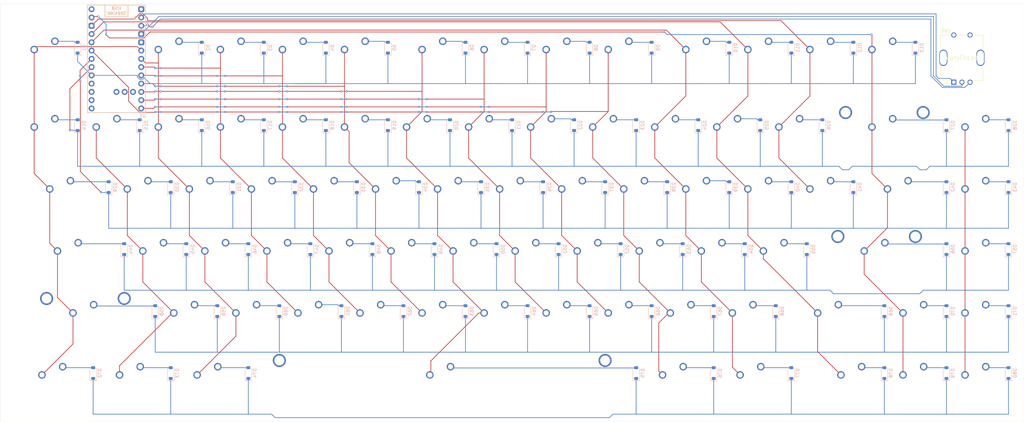
<source format=kicad_pcb>
(kicad_pcb (version 20241229) (generator "pcbnew") (generator_version "9.0")
  (layers (0 "F.Cu" signal) (2 "B.Cu" signal) (13 "F.Paste" user) (15 "B.Paste" user) (5 "F.SilkS" user "F.Silkscreen") (7 "B.SilkS" user "B.Silkscreen") (1 "F.Mask" user) (3 "B.Mask" user) (25 "Edge.Cuts" user))
  (net 0 "")
  (net 1 "COL0")
  (net 2 "Net-(D1-A)")
  (net 3 "Net-(D2-A)")
  (net 4 "Net-(D3-A)")
  (net 5 "Net-(D4-A)")
  (net 6 "Net-(D5-A)")
  (net 7 "Net-(D6-A)")
  (net 8 "Net-(D7-A)")
  (net 9 "Net-(D8-A)")
  (net 10 "Net-(D9-A)")
  (net 11 "Net-(D10-A)")
  (net 12 "Net-(D11-A)")
  (net 13 "Net-(D12-A)")
  (net 14 "Net-(D13-A)")
  (net 15 "Net-(D14-A)")
  (net 16 "ROW5")
  (net 17 "Net-(D15-A)")
  (net 18 "Net-(D16-A)")
  (net 19 "Net-(D17-A)")
  (net 20 "Net-(D18-A)")
  (net 21 "Net-(D19-A)")
  (net 22 "Net-(D20-A)")
  (net 23 "Net-(D21-A)")
  (net 24 "Net-(D22-A)")
  (net 25 "Net-(D23-A)")
  (net 26 "Net-(D24-A)")
  (net 27 "Net-(D25-A)")
  (net 28 "Net-(D26-A)")
  (net 29 "Net-(D27-A)")
  (net 30 "Net-(D28-A)")
  (net 31 "COL1")
  (net 32 "Net-(D29-A)")
  (net 33 "Net-(D30-A)")
  (net 34 "Net-(D31-A)")
  (net 35 "Net-(D32-A)")
  (net 36 "Net-(D33-A)")
  (net 37 "Net-(D34-A)")
  (net 38 "Net-(D35-A)")
  (net 39 "Net-(D36-A)")
  (net 40 "Net-(D37-A)")
  (net 41 "Net-(D38-A)")
  (net 42 "Net-(D39-A)")
  (net 43 "Net-(D40-A)")
  (net 44 "Net-(D41-A)")
  (net 45 "Net-(D42-A)")
  (net 46 "Net-(D43-A)")
  (net 47 "COL2")
  (net 48 "Net-(D44-A)")
  (net 49 "Net-(D45-A)")
  (net 50 "Net-(D46-A)")
  (net 51 "Net-(D47-A)")
  (net 52 "Net-(D48-A)")
  (net 53 "Net-(D49-A)")
  (net 54 "Net-(D50-A)")
  (net 55 "Net-(D51-A)")
  (net 56 "Net-(D52-A)")
  (net 57 "Net-(D53-A)")
  (net 58 "Net-(D54-A)")
  (net 59 "Net-(D55-A)")
  (net 60 "Net-(D56-A)")
  (net 61 "Net-(D57-A)")
  (net 62 "Net-(D58-A)")
  (net 63 "COL3")
  (net 64 "Net-(D59-A)")
  (net 65 "Net-(D60-A)")
  (net 66 "Net-(D61-A)")
  (net 67 "Net-(D62-A)")
  (net 68 "Net-(D63-A)")
  (net 69 "Net-(D64-A)")
  (net 70 "Net-(D65-A)")
  (net 71 "Net-(D66-A)")
  (net 72 "Net-(D67-A)")
  (net 73 "Net-(D68-A)")
  (net 74 "Net-(D69-A)")
  (net 75 "Net-(D70-A)")
  (net 76 "Net-(D71-A)")
  (net 77 "COL4")
  (net 78 "Net-(D72-A)")
  (net 79 "Net-(D73-A)")
  (net 80 "Net-(D74-A)")
  (net 81 "Net-(D75-A)")
  (net 82 "Net-(D76-A)")
  (net 83 "Net-(D77-A)")
  (net 84 "Net-(D78-A)")
  (net 85 "Net-(D79-A)")
  (net 86 "Net-(D80-A)")
  (net 87 "COL5")
  (net 88 "COL6")
  (net 89 "COL7")
  (net 90 "COL8")
  (net 91 "COL9")
  (net 92 "COL10")
  (net 93 "COL11")
  (net 94 "COL12")
  (net 95 "Net-(MX15-Pad1)")
  (net 96 "Net-(MX28-Pad1)")
  (net 97 "ROW0")
  (net 98 "ROW1")
  (net 99 "ROW2")
  (net 100 "ROW3")
  (net 101 "ROW4")
  (net 102 "A")
  (net 103 "C")
  (net 104 "B")
  (footprint "PCM_marbastlib-mx:SW_MX_1u" (layer "F.Cu") (at 171.92625 162.71875)
    (property "Reference" "MX61" (hide yes))
    (property "Value" "MX_SW_solder")
  )
  (footprint "PCM_marbastlib-mx:SW_MX_1u" (layer "F.Cu") (at 186.21375 105.56875)
    (property "Reference" "MX19" (hide yes))
    (property "Value" "MX_SW_solder")
  )
  (footprint "PCM_marbastlib-mx:SW_MX_1u" (layer "F.Cu") (at 319.56375 105.56875)
    (property "Reference" "MX26" (hide yes))
    (property "Value" "MX_SW_solder")
  )
  (footprint "PCM_marbastlib-mx:SW_MX_1u" (layer "F.Cu") (at 376.71375 162.71875)
    (property "Reference" "MX71" (hide yes))
    (property "Value" "MX_SW_solder")
  )
  (footprint "PCM_marbastlib-mx:SW_MX_1u" (layer "F.Cu") (at 224.31375 105.56875)
    (property "Reference" "MX21" (hide yes))
    (property "Value" "MX_SW_solder")
  )
  (footprint "PCM_marbastlib-mx:SW_MX_1u" (layer "F.Cu") (at 176.68875 124.61875)
    (property "Reference" "MX33" (hide yes))
    (property "Value" "MX_SW_solder")
  )
  (footprint "PCM_marbastlib-mx:SW_MX_1u" (layer "F.Cu") (at 233.83875 124.61875)
    (property "Reference" "MX36" (hide yes))
    (property "Value" "MX_SW_solder")
  )
  (footprint "PCM_marbastlib-mx:STAB_MX_P_2.25u" (layer "F.Cu") (at 345.7575 143.66875)
    (property "Reference" "S2" (hide yes))
    (property "Value" "MX_stab")
  )
  (footprint "PCM_marbastlib-mx:SW_MX_1u" (layer "F.Cu") (at 310.03875 81.75625)
    (property "Reference" "MX11" (hide yes))
    (property "Value" "MX_SW_solder")
  )
  (footprint "PCM_marbastlib-mx:SW_MX_1u" (layer "F.Cu") (at 267.17625 162.71875)
    (property "Reference" "MX66" (hide yes))
    (property "Value" "MX_SW_solder")
  )
  (footprint "PCM_marbastlib-mx:SW_MX_1u" (layer "F.Cu") (at 167.16375 105.56875)
    (property "Reference" "MX18" (hide yes))
    (property "Value" "MX_SW_solder")
  )
  (footprint "PCM_marbastlib-mx:SW_MX_1u" (layer "F.Cu") (at 212.4075 181.76875)
    (property "Reference" "MX75" (hide yes))
    (property "Value" "MX_SW_solder")
  )
  (footprint "PCM_marbastlib-mx:SW_MX_1.75u" (layer "F.Cu") (at 98.1075 143.66875)
    (property "Reference" "MX44" (hide yes))
    (property "Value" "MX_SW_solder")
  )
  (footprint "PCM_marbastlib-mx:SW_MX_1u" (layer "F.Cu") (at 295.75125 143.66875)
    (property "Reference" "MX54" (hide yes))
    (property "Value" "MX_SW_solder")
  )
  (footprint "PCM_marbastlib-mx:SW_MX_1u" (layer "F.Cu") (at 348.13875 105.56875)
    (property "Reference" "MX27" (hide yes))
    (property "Value" "MX_SW_solder")
  )
  (footprint "PCM_marbastlib-mx:SW_MX_1u" (layer "F.Cu") (at 157.63875 124.61875)
    (property "Reference" "MX32" (hide yes))
    (property "Value" "MX_SW_solder")
  )
  (footprint "PCM_marbastlib-mx:SW_MX_1u" (layer "F.Cu") (at 124.30125 143.66875)
    (property "Reference" "MX45" (hide yes))
    (property "Value" "MX_SW_solder")
  )
  (footprint "PCM_marbastlib-mx:SW_MX_1u" (layer "F.Cu") (at 271.93875 124.61875)
    (property "Reference" "MX38" (hide yes))
    (property "Value" "MX_SW_solder")
  )
  (footprint "PCM_marbastlib-mx:SW_MX_1u" (layer "F.Cu") (at 110.01375 105.56875)
    (property "Reference" "MX15" (hide yes))
    (property "Value" "MX_SW_solder")
  )
  (footprint "PCM_marbastlib-mx:SW_MX_1u" (layer "F.Cu") (at 262.41375 105.56875)
    (property "Reference" "MX23" (hide yes))
    (property "Value" "MX_SW_solder")
  )
  (footprint "PCM_marbastlib-mx:SW_MX_1u" (layer "F.Cu") (at 210.02625 162.71875)
    (property "Reference" "MX63" (hide yes))
    (property "Value" "MX_SW_solder")
  )
  (footprint "PCM_marbastlib-mx:SW_MX_1.25u" (layer "F.Cu") (at 93.345 181.76875)
    (property "Reference" "MX72" (hide yes))
    (property "Value" "MX_SW_solder")
  )
  (footprint "PCM_marbastlib-mx:SW_MX_1u" (layer "F.Cu") (at 314.80125 143.66875)
    (property "Reference" "MX55" (hide yes))
    (property "Value" "MX_SW_solder")
  )
  (footprint "PCM_marbastlib-mx:SW_MX_1u" (layer "F.Cu") (at 119.53875 124.61875)
    (property "Reference" "MX30" (hide yes))
    (property "Value" "MX_SW_solder")
  )
  (footprint "PCM_marbastlib-mx:SW_MX_1u" (layer "F.Cu") (at 190.97625 162.71875)
    (property "Reference" "MX62" (hide yes))
    (property "Value" "MX_SW_solder")
  )
  (footprint "PCM_marbastlib-mx:SW_MX_1u" (layer "F.Cu") (at 129.06375 105.56875)
    (property "Reference" "MX16" (hide yes))
    (property "Value" "MX_SW_solder")
  )
  (footprint "PCM_marbastlib-mx:STAB_MX_P_6.25u" (layer "F.Cu") (at 212.4075 181.76875)
    (property "Reference" "S4" (hide yes))
    (property "Value" "MX_stab")
  )
  (footprint "PCM_marbastlib-mx:SW_MX_1u" (layer "F.Cu") (at 305.27625 162.71875)
    (property "Reference" "MX68" (hide yes))
    (property "Value" "MX_SW_solder")
  )
  (footprint "PCM_marbastlib-mx:SW_MX_1u" (layer "F.Cu") (at 248.12625 81.75625)
    (property "Reference" "MX8" (hide yes))
    (property "Value" "MX_SW_solder")
  )
  (footprint "PCM_marbastlib-mx:SW_MX_1u" (layer "F.Cu") (at 148.11375 81.75625)
    (property "Reference" "MX3" (hide yes))
    (property "Value" "MX_SW_solder")
  )
  (footprint "PCM_marbastlib-mx:SW_MX_1u" (layer "F.Cu") (at 102.87 162.71875)
    (property "Reference" "MX58" (hide yes))
    (property "Value" "MX_SW_solder")
  )
  (footprint "PCM_marbastlib-mx:SW_MX_1u" (layer "F.Cu") (at 243.36375 105.56875)
    (property "Reference" "MX22" (hide yes))
    (property "Value" "MX_SW_solder")
  )
  (footprint "PCM_marbastlib-mx:SW_MX_1u" (layer "F.Cu") (at 148.11375 105.56875)
    (property "Reference" "MX17" (hide yes))
    (property "Value" "MX_SW_solder")
  )
  (footprint "PCM_marbastlib-mx:SW_MX_1u" (layer "F.Cu") (at 290.98875 124.61875)
    (property "Reference" "MX39" (hide yes))
    (property "Value" "MX_SW_solder")
  )
  (footprint "PCM_marbastlib-mx:SW_MX_1u" (layer "F.Cu") (at 290.98875 81.75625)
    (property "Reference" "MX10" (hide yes))
    (property "Value" "MX_SW_solder")
  )
  (footprint "PCM_marbastlib-mx:SW_MX_1u" (layer "F.Cu") (at 214.78875 124.61875)
    (property "Reference" "MX35" (hide yes))
    (property "Value" "MX_SW_solder")
  )
  (footprint "PCM_marbastlib-mx:SW_MX_1u" (layer "F.Cu") (at 310.03875 124.61875)
    (property "Reference" "MX40" (hide yes))
    (property "Value" "MX_SW_solder")
  )
  (footprint "PCM_marbastlib-mx:SW_MX_1u" (layer "F.Cu") (at 152.87625 162.71875)
    (property "Reference" "MX60" (hide yes))
    (property "Value" "MX_SW_solder")
  )
  (footprint "PCM_marbastlib-mx:SW_MX_1u" (layer "F.Cu") (at 195.73875 124.61875)
    (property "Reference" "MX34" (hide yes))
    (property "Value" "MX_SW_solder")
  )
  (footprint "PCM_marbastlib-mx:SW_MX_1.25u" (layer "F.Cu") (at 283.845 181.76875)
    (property "Reference" "MX76" (hide yes))
    (property "Value" "MX_SW_solder")
  )
  (footprint "PCM_marbastlib-mx:SW_MX_1u" (layer "F.Cu") (at 143.35125 143.66875)
    (property "Reference" "MX46" (hide yes))
    (property "Value" "MX_SW_solder")
  )
  (footprint "PCM_marbastlib-mx:SW_MX_1u" (layer "F.Cu") (at 205.26375 105.56875)
    (property "Reference" "MX20" (hide yes))
    (property "Value" "MX_SW_solder")
  )
  (footprint "PCM_marbastlib-mx:SW_MX_1u" (layer "F.Cu") (at 300.51375 105.56875)
    (property "Reference" "MX25" (hide yes))
    (property "Value" "MX_SW_solder")
  )
  (footprint "PCM_marbastlib-mx:SW_MX_1u" (layer "F.Cu") (at 238.60125 143.66875)
    (property "Reference" "MX51" (hide yes))
    (property "Value" "MX_SW_solder")
  )
  (footprint "PCM_marbastlib-mx:SW_MX_1.75u" (layer "F.Cu") (at 331.47 162.71875)
    (property "Reference" "MX69" (hide yes))
    (property "Value" "MX_SW_solder")
  )
  (footprint "PCM_marbastlib-mx:SW_MX_1u" (layer "F.Cu") (at 276.70125 143.66875)
    (property "Reference" "MX53" (hide yes))
    (property "Value" "MX_SW_solder")
  )
  (footprint "PCM_marbastlib-mx:SW_MX_1u" (layer "F.Cu") (at 329.08875 124.61875)
    (property "Reference" "MX41" (hide yes))
    (property "Value" "MX_SW_solder")
  )
  (footprint "PCM_marbastlib-mx:STAB_MX_P_2u" (layer "F.Cu") (at 348.13875 105.56875)
    (property "Reference" "S1" (hide yes))
    (property "Value" "MX_stab")
  )
  (footprint "PCM_marbastlib-mx:SW_MX_1u" (layer "F.Cu") (at 376.71375 105.56875)
    (property "Reference" "MX28" (hide yes))
    (property "Value" "MX_SW_solder")
  )
  (footprint "PCM_marbastlib-mx:SW_MX_1u" (layer "F.Cu") (at 210.02625 81.75625)
    (property "Reference" "MX6" (hide yes))
    (property "Value" "MX_SW_solder")
  )
  (footprint "PCM_marbastlib-mx:SW_MX_1u" (layer "F.Cu") (at 329.08875 81.75625)
    (property "Reference" "MX12" (hide yes))
    (property "Value" "MX_SW_solder")
  )
  (footprint "PCM_marbastlib-mx:SW_MX_1u" (layer "F.Cu") (at 181.45125 143.66875)
    (property "Reference" "MX48" (hide yes))
    (property "Value" "MX_SW_solder")
  )
  (footprint "PCM_marbastlib-mx:SW_MX_1.5u" (layer "F.Cu") (at 95.72625 124.61875)
    (property "Reference" "MX29" (hide yes))
    (property "Value" "MX_SW_solder")
  )
  (footprint "PCM_marbastlib-mx:SW_MX_1u" (layer "F.Cu") (at 281.46375 105.56875)
    (property "Reference" "MX24" (hide yes))
    (property "Value" "MX_SW_solder")
  )
  (footprint "PCM_marbastlib-mx:SW_MX_1u" (layer "F.Cu") (at 229.07625 162.71875)
    (property "Reference" "MX64" (hide yes))
    (property "Value" "MX_SW_solder")
  )
  (footprint "PCM_marbastlib-mx:SW_MX_1u" (layer "F.Cu") (at 338.61375 181.76875)
    (property "Reference" "MX78" (hide yes))
    (property "Value" "MX_SW_solder")
  )
  (footprint "Rotary Encoder:Bourns-PEC11R-4220F-S0024-0-0-0" (layer "F.Cu") (at 371.95125 81.75625)
    (property "Reference" "SW1")
    (property "Value" "RotaryEncoder")
  )
  (footprint "PCM_marbastlib-mx:SW_MX_1u" (layer "F.Cu") (at 167.16375 81.75625)
    (property "Reference" "MX4" (hide yes))
    (property "Value" "MX_SW_solder")
  )
  (footprint "PCM_marbastlib-mx:SW_MX_1u" (layer "F.Cu") (at 267.17625 81.75625)
    (property "Reference" "MX9" (hide yes))
    (property "Value" "MX_SW_solder")
  )
  (footprint "PCM_marbastlib-mx:SW_MX_1u" (layer "F.Cu") (at 376.71375 181.76875)
    (property "Reference" "MX80" (hide yes))
    (property "Value" "MX_SW_solder")
  )
  (footprint "PCM_marbastlib-mx:SW_MX_1.5u" (layer "F.Cu") (at 352.90125 124.61875)
    (property "Reference" "MX42" (hide yes))
    (property "Value" "MX_SW_solder")
  )
  (footprint "PCM_marbastlib-mx:SW_MX_1u" (layer "F.Cu") (at 219.55125 143.66875)
    (property "Reference" "MX50" (hide yes))
    (property "Value" "MX_SW_solder")
  )
  (footprint "PCM_marbastlib-mx:SW_MX_1.25u" (layer "F.Cu") (at 140.97 181.76875)
    (property "Reference" "MX74" (hide yes))
    (property "Value" "MX_SW_solder")
  )
  (footprint "PCM_marbastlib-mx:SW_MX_1u" (layer "F.Cu") (at 229.07625 81.75625)
    (property "Reference" "MX7" (hide yes))
    (property "Value" "MX_SW_solder")
  )
  (footprint "PCM_marbastlib-mx:SW_MX_1u" (layer "F.Cu") (at 138.58875 124.61875)
    (property "Reference" "MX31" (hide yes))
    (property "Value" "MX_SW_solder")
  )
  (footprint "PCM_marbastlib-mx:SW_MX_1u" (layer "F.Cu") (at 90.96375 105.56875)
    (property "Reference" "MX14" (hide yes))
    (property "Value" "MX_SW_solder")
  )
  (footprint "PCM_marbastlib-mx:STAB_MX_P_2.25u" (layer "F.Cu") (at 102.87 162.71875)
    (property "Reference" "S3" (hide yes))
    (property "Value" "MX_stab")
  )
  (footprint "PCM_marbastlib-mx:SW_MX_1.25u" (layer "F.Cu") (at 117.1575 181.76875)
    (property "Reference" "MX73" (hide yes))
    (property "Value" "MX_SW_solder")
  )
  (footprint "PCM_marbastlib-mx:SW_MX_1u" (layer "F.Cu") (at 348.13875 81.75625)
    (property "Reference" "MX13" (hide yes))
    (property "Value" "MX_SW_solder")
  )
  (footprint "PCM_marbastlib-mx:SW_MX_1u" (layer "F.Cu") (at 286.22625 162.71875)
    (property "Reference" "MX67" (hide yes))
    (property "Value" "MX_SW_solder")
  )
  (footprint "PCM_marbastlib-mx:SW_MX_1u" (layer "F.Cu") (at 133.82625 162.71875)
    (property "Reference" "MX59" (hide yes))
    (property "Value" "MX_SW_solder")
  )
  (footprint "PCM_marbastlib-mx:SW_MX_1.25u" (layer "F.Cu") (at 307.6575 181.76875)
    (property "Reference" "MX77" (hide yes))
    (property "Value" "MX_SW_solder")
  )
  (footprint "PCM_marbastlib-mx:SW_MX_1u" (layer "F.Cu") (at 252.88875 124.61875)
    (property "Reference" "MX37" (hide yes))
    (property "Value" "MX_SW_solder")
  )
  (footprint "PCM_marbastlib-mx:SW_MX_1u" (layer "F.Cu") (at 248.12625 162.71875)
    (property "Reference" "MX65" (hide yes))
    (property "Value" "MX_SW_solder")
  )
  (footprint "PCM_marbastlib-mx:SW_MX_1u" (layer "F.Cu") (at 357.66375 181.76875)
    (property "Reference" "MX79" (hide yes))
    (property "Value" "MX_SW_solder")
  )
  (footprint "PCM_marbastlib-mx:SW_MX_1u" (layer "F.Cu") (at 129.06375 81.75625)
    (property "Reference" "MX2" (hide yes))
    (property "Value" "MX_SW_solder")
  )
  (footprint "PCM_marbastlib-mx:SW_MX_1u" (layer "F.Cu") (at 186.21375 81.75625)
    (property "Reference" "MX5" (hide yes))
    (property "Value" "MX_SW_solder")
  )
  (footprint "PCM_marbastlib-mx:SW_MX_1u" (layer "F.Cu") (at 162.40125 143.66875)
    (property "Reference" "MX47" (hide yes))
    (property "Value" "MX_SW_solder")
  )
  (footprint "PCM_marbastlib-mx:SW_MX_1u" (layer "F.Cu") (at 257.65125 143.66875)
    (property "Reference" "MX52" (hide yes))
    (property "Value" "MX_SW_solder")
  )
  (footprint "PCM_marbastlib-mx:SW_MX_1u" (layer "F.Cu") (at 376.71375 143.66875)
    (property "Reference" "MX57" (hide yes))
    (property "Value" "MX_SW_solder")
  )
  (footprint "PCM_marbastlib-mx:SW_MX_1u" (layer "F.Cu") (at 345.7575 143.66875)
    (property "Reference" "MX56" (hide yes))
    (property "Value" "MX_SW_solder")
  )
  (footprint "PCM_marbastlib-mx:SW_MX_1u" (layer "F.Cu") (at 200.50125 143.66875)
    (property "Reference" "MX49" (hide yes))
    (property "Value" "MX_SW_solder")
  )
  (footprint "PCM_marbastlib-mx:SW_MX_1u" (layer "F.Cu") (at 376.71375 124.61875)
    (property "Reference" "MX43" (hide yes))
    (property "Value" "MX_SW_solder")
  )
  (footprint "PCM_marbastlib-mx:SW_MX_1u" (layer "F.Cu") (at 357.66375 162.71875)
    (property "Reference" "MX70" (hide yes))
    (property "Value" "MX_SW_solder")
  )
  (footprint "PCM_marbastlib-mx:SW_MX_1u" (layer "F.Cu") (at 90.96375 81.75625)
    (property "Reference" "MX1" (hide yes))
    (property "Value" "MX_SW_solder")
  )
  (footprint "Diode_SMD:D_SOD-123" (layer "B.Cu") (at 219.55125 78.64375 90)
    (property "Reference" "D6")
    (property "Value" "D_Small")
  )
  (footprint "Diode_SMD:D_SOD-123" (layer "B.Cu") (at 295.75125 178.65625 90)
    (property "Reference" "D76")
    (property "Value" "D_Small")
  )
  (footprint "Diode_SMD:D_SOD-123" (layer "B.Cu") (at 210.02625 140.55625 90)
    (property "Reference" "D49")
    (property "Value" "D_Small")
  )
  (footprint "Diode_SMD:D_SOD-123" (layer "B.Cu") (at 233.83875 102.45625 90)
    (property "Reference" "D21")
    (property "Value" "D_Small")
  )
  (footprint "Diode_SMD:D_SOD-123" (layer "B.Cu") (at 105.25125 178.65625 90)
    (property "Reference" "D72")
    (property "Value" "D_Small")
  )
  (footprint "Diode_SMD:D_SOD-123" (layer "B.Cu") (at 310.03875 102.45625 90)
    (property "Reference" "D25")
    (property "Value" "D_Small")
  )
  (footprint "Diode_SMD:D_SOD-123" (layer "B.Cu") (at 357.66375 78.64375 90)
    (property "Reference" "D13")
    (property "Value" "D_Small")
  )
  (footprint "Diode_SMD:D_SOD-123" (layer "B.Cu") (at 386.23875 102.45625 90)
    (property "Reference" "D28")
    (property "Value" "D_Small")
  )
  (footprint "Diode_SMD:D_SOD-123" (layer "B.Cu") (at 195.73875 78.64375 90)
    (property "Reference" "D5")
    (property "Value" "D_Small")
  )
  (footprint "Diode_SMD:D_SOD-123" (layer "B.Cu") (at 214.78875 102.45625 90)
    (property "Reference" "D20")
    (property "Value" "D_Small")
  )
  (footprint "Diode_SMD:D_SOD-123" (layer "B.Cu") (at 248.12625 140.55625 90)
    (property "Reference" "D51")
    (property "Value" "D_Small")
  )
  (footprint "Diode_SMD:D_SOD-123" (layer "B.Cu") (at 271.93875 178.65625 90)
    (property "Reference" "D75")
    (property "Value" "D_Small")
  )
  (footprint "Diode_SMD:D_SOD-123" (layer "B.Cu") (at 286.22625 140.55625 90)
    (property "Reference" "D53")
    (property "Value" "D_Small")
  )
  (footprint "Diode_SMD:D_SOD-123" (layer "B.Cu") (at 243.36375 121.50625 90)
    (property "Reference" "D36")
    (property "Value" "D_Small")
  )
  (footprint "Diode_SMD:D_SOD-123" (layer "B.Cu") (at 129.06375 121.50625 90)
    (property "Reference" "D30")
    (property "Value" "D_Small")
  )
  (footprint "Diode_SMD:D_SOD-123" (layer "B.Cu") (at 114.77625 140.55625 90)
    (property "Reference" "D44")
    (property "Value" "D_Small")
  )
  (footprint "Diode_SMD:D_SOD-123" (layer "B.Cu") (at 205.26375 121.50625 90)
    (property "Reference" "D34")
    (property "Value" "D_Small")
  )
  (footprint "Diode_SMD:D_SOD-123" (layer "B.Cu") (at 338.61375 121.50625 90)
    (property "Reference" "D41")
    (property "Value" "D_Small")
  )
  (footprint "Diode_SMD:D_SOD-123" (layer "B.Cu") (at 348.13875 159.60625 90)
    (property "Reference" "D69")
    (property "Value" "D_Small")
  )
  (footprint "Diode_SMD:D_SOD-123" (layer "B.Cu") (at 276.70125 78.64375 90)
    (property "Reference" "D9")
    (property "Value" "D_Small")
  )
  (footprint "Diode_SMD:D_SOD-123" (layer "B.Cu") (at 138.58875 78.64375 90)
    (property "Reference" "D2")
    (property "Value" "D_Small")
  )
  (footprint "Diode_SMD:D_SOD-123" (layer "B.Cu") (at 100.48875 102.45625 90)
    (property "Reference" "D14")
    (property "Value" "D_Small")
  )
  (footprint "Diode_SMD:D_SOD-123" (layer "B.Cu") (at 314.80125 159.60625 90)
    (property "Reference" "D68")
    (property "Value" "D_Small")
  )
  (footprint "Diode_SMD:D_SOD-123" (layer "B.Cu") (at 367.18875 102.45625 90)
    (property "Reference" "D27")
    (property "Value" "D_Small")
  )
  (footprint "Diode_SMD:D_SOD-123" (layer "B.Cu") (at 157.63875 78.64375 90)
    (property "Reference" "D3")
    (property "Value" "D_Small")
  )
  (footprint "Diode_SMD:D_SOD-123" (layer "B.Cu") (at 138.58875 102.45625 90)
    (property "Reference" "D16")
    (property "Value" "D_Small")
  )
  (footprint "Diode_SMD:D_SOD-123" (layer "B.Cu") (at 367.18875 121.50625 90)
    (property "Reference" "D42")
    (property "Value" "D_Small")
  )
  (footprint "Diode_SMD:D_SOD-123" (layer "B.Cu") (at 152.87625 140.55625 90)
    (property "Reference" "D46")
    (property "Value" "D_Small")
  )
  (footprint "Diode_SMD:D_SOD-123" (layer "B.Cu") (at 367.18875 159.60625 90)
    (property "Reference" "D70")
    (property "Value" "D_Small")
  )
  (footprint "Diode_SMD:D_SOD-123" (layer "B.Cu") (at 176.68875 102.45625 90)
    (property "Reference" "D18")
    (property "Value" "D_Small")
  )
  (footprint "Diode_SMD:D_SOD-123" (layer "B.Cu") (at 386.23875 121.50625 90)
    (property "Reference" "D43")
    (property "Value" "D_Small")
  )
  (footprint "Diode_SMD:D_SOD-123" (layer "B.Cu") (at 110.01375 121.50625 90)
    (property "Reference" "D29")
    (property "Value" "D_Small")
  )
  (footprint "Diode_SMD:D_SOD-123" (layer "B.Cu") (at 386.23875 178.65625 90)
    (property "Reference" "D80")
    (property "Value" "D_Small")
  )
  (footprint "Diode_SMD:D_SOD-123" (layer "B.Cu") (at 367.18875 178.65625 90)
    (property "Reference" "D79")
    (property "Value" "D_Small")
  )
  (footprint "Diode_SMD:D_SOD-123" (layer "B.Cu") (at 257.65125 78.64375 90)
    (property "Reference" "D8")
    (property "Value" "D_Small")
  )
  (footprint "Diode_SMD:D_SOD-123" (layer "B.Cu") (at 319.56375 121.50625 90)
    (property "Reference" "D40")
    (property "Value" "D_Small")
  )
  (footprint "Diode_SMD:D_SOD-123" (layer "B.Cu") (at 319.56375 178.65625 90)
    (property "Reference" "D77")
    (property "Value" "D_Small")
  )
  (footprint "Diode_SMD:D_SOD-123" (layer "B.Cu") (at 143.35125 159.60625 90)
    (property "Reference" "D59")
    (property "Value" "D_Small")
  )
  (footprint "Diode_SMD:D_SOD-123" (layer "B.Cu") (at 100.48875 78.64375 90)
    (property "Reference" "D1")
    (property "Value" "D_Small")
  )
  (footprint "Diode_SMD:D_SOD-123" (layer "B.Cu") (at 252.88875 102.45625 90)
    (property "Reference" "D22")
    (property "Value" "D_Small")
  )
  (footprint "Diode_SMD:D_SOD-123" (layer "B.Cu") (at 262.41375 121.50625 90)
    (property "Reference" "D37")
    (property "Value" "D_Small")
  )
  (footprint "Diode_SMD:D_SOD-123" (layer "B.Cu") (at 238.60125 159.60625 90)
    (property "Reference" "D64")
    (property "Value" "D_Small")
  )
  (footprint "Diode_SMD:D_SOD-123" (layer "B.Cu") (at 295.75125 159.60625 90)
    (property "Reference" "D67")
    (property "Value" "D_Small")
  )
  (footprint "Diode_SMD:D_SOD-123" (layer "B.Cu") (at 267.17625 140.55625 90)
    (property "Reference" "D52")
    (property "Value" "D_Small")
  )
  (footprint "Diode_SMD:D_SOD-123" (layer "B.Cu") (at 300.51375 121.50625 90)
    (property "Reference" "D39")
    (property "Value" "D_Small")
  )
  (footprint "Diode_SMD:D_SOD-123" (layer "B.Cu") (at 271.93875 102.45625 90)
    (property "Reference" "D23")
    (property "Value" "D_Small")
  )
  (footprint "Diode_SMD:D_SOD-123" (layer "B.Cu") (at 171.92625 140.55625 90)
    (property "Reference" "D47")
    (property "Value" "D_Small")
  )
  (footprint "Diode_SMD:D_SOD-123" (layer "B.Cu") (at 176.68875 78.64375 90)
    (property "Reference" "D4")
    (property "Value" "D_Small")
  )
  (footprint "Diode_SMD:D_SOD-123" (layer "B.Cu") (at 276.70125 159.60625 90)
    (property "Reference" "D66")
    (property "Value" "D_Small")
  )
  (footprint "Diode_SMD:D_SOD-123" (layer "B.Cu") (at 190.97625 140.55625 90)
    (property "Reference" "D48")
    (property "Value" "D_Small")
  )
  (footprint "Diode_SMD:D_SOD-123" (layer "B.Cu") (at 281.46375 121.50625 90)
    (property "Reference" "D38")
    (property "Value" "D_Small")
  )
  (footprint "Diode_SMD:D_SOD-123" (layer "B.Cu") (at 338.61375 78.64375 90)
    (property "Reference" "D12")
    (property "Value" "D_Small")
  )
  (footprint "Diode_SMD:D_SOD-123" (layer "B.Cu") (at 119.53875 102.45625 90)
    (property "Reference" "D15")
    (property "Value" "D_Small")
  )
  (footprint "Diode_SMD:D_SOD-123" (layer "B.Cu") (at 162.40125 159.60625 90)
    (property "Reference" "D60")
    (property "Value" "D_Small")
  )
  (footprint "PCM_marbastlib-xp-promicroish:nice_nano_AH_Reversible" (layer "B.Cu") (at 112.395 83.34375 180)
    (property "Reference" "U1")
    (property "Value" "nice_nano")
  )
  (footprint "Diode_SMD:D_SOD-123" (layer "B.Cu") (at 157.63875 102.45625 90)
    (property "Reference" "D17")
    (property "Value" "D_Small")
  )
  (footprint "Diode_SMD:D_SOD-123" (layer "B.Cu") (at 367.18875 140.55625 90)
    (property "Reference" "D56")
    (property "Value" "D_Small")
  )
  (footprint "Diode_SMD:D_SOD-123" (layer "B.Cu") (at 200.50125 159.60625 90)
    (property "Reference" "D62")
    (property "Value" "D_Small")
  )
  (footprint "Diode_SMD:D_SOD-123" (layer "B.Cu") (at 257.65125 159.60625 90)
    (property "Reference" "D65")
    (property "Value" "D_Small")
  )
  (footprint "Diode_SMD:D_SOD-123" (layer "B.Cu") (at 195.73875 102.45625 90)
    (property "Reference" "D19")
    (property "Value" "D_Small")
  )
  (footprint "Diode_SMD:D_SOD-123" (layer "B.Cu") (at 181.45125 159.60625 90)
    (property "Reference" "D61")
    (property "Value" "D_Small")
  )
  (footprint "Diode_SMD:D_SOD-123" (layer "B.Cu") (at 329.08875 102.45625 90)
    (property "Reference" "D26")
    (property "Value" "D_Small")
  )
  (footprint "Diode_SMD:D_SOD-123" (layer "B.Cu") (at 152.87625 178.65625 90)
    (property "Reference" "D74")
    (property "Value" "D_Small")
  )
  (footprint "Diode_SMD:D_SOD-123" (layer "B.Cu") (at 186.21375 121.50625 90)
    (property "Reference" "D33")
    (property "Value" "D_Small")
  )
  (footprint "Diode_SMD:D_SOD-123" (layer "B.Cu") (at 167.16375 121.50625 90)
    (property "Reference" "D32")
    (property "Value" "D_Small")
  )
  (footprint "Diode_SMD:D_SOD-123" (layer "B.Cu") (at 238.60125 78.64375 90)
    (property "Reference" "D7")
    (property "Value" "D_Small")
  )
  (footprint "Diode_SMD:D_SOD-123" (layer "B.Cu") (at 319.56375 78.64375 90)
    (property "Reference" "D11")
    (property "Value" "D_Small")
  )
  (footprint "Diode_SMD:D_SOD-123" (layer "B.Cu") (at 290.98875 102.45625 90)
    (property "Reference" "D24")
    (property "Value" "D_Small")
  )
  (footprint "Diode_SMD:D_SOD-123" (layer "B.Cu") (at 124.30125 159.60625 90)
    (property "Reference" "D58")
    (property "Value" "D_Small")
  )
  (footprint "Diode_SMD:D_SOD-123" (layer "B.Cu") (at 224.31375 121.50625 90)
    (property "Reference" "D35")
    (property "Value" "D_Small")
  )
  (footprint "Diode_SMD:D_SOD-123" (layer "B.Cu") (at 219.55125 159.60625 90)
    (property "Reference" "D63")
    (property "Value" "D_Small")
  )
  (footprint "Diode_SMD:D_SOD-123" (layer "B.Cu") (at 386.23875 159.60625 90)
    (property "Reference" "D71")
    (property "Value" "D_Small")
  )
  (footprint "Diode_SMD:D_SOD-123" (layer "B.Cu") (at 386.23875 140.55625 90)
    (property "Reference" "D57")
    (property "Value" "D_Small")
  )
  (footprint "Diode_SMD:D_SOD-123" (layer "B.Cu") (at 133.82625 140.55625 90)
    (property "Reference" "D45")
    (property "Value" "D_Small")
  )
  (footprint "Diode_SMD:D_SOD-123" (layer "B.Cu") (at 348.13875 178.65625 90)
    (property "Reference" "D78")
    (property "Value" "D_Small")
  )
  (footprint "Diode_SMD:D_SOD-123" (layer "B.Cu") (at 229.07625 140.55625 90)
    (property "Reference" "D50")
    (property "Value" "D_Small")
  )
  (footprint "Diode_SMD:D_SOD-123" (layer "B.Cu") (at 305.27625 140.55625 90)
    (property "Reference" "D54")
    (property "Value" "D_Small")
  )
  (footprint "Diode_SMD:D_SOD-123" (layer "B.Cu") (at 129.06375 178.65625 90)
    (property "Reference" "D73")
    (property "Value" "D_Small")
  )
  (footprint "Diode_SMD:D_SOD-123" (layer "B.Cu") (at 324.32625 140.55625 90)
    (property "Reference" "D55")
    (property "Value" "D_Small")
  )
  (footprint "Diode_SMD:D_SOD-123" (layer "B.Cu") (at 300.51375 78.64375 90)
    (property "Reference" "D10")
    (property "Value" "D_Small")
  )
  (footprint "Diode_SMD:D_SOD-123" (layer "B.Cu") (at 148.11375 121.50625 90)
    (property "Reference" "D31")
    (property "Value" "D_Small")
  )
  (gr_line (start 391.00125 65.0875) (end 391.00125 193.675) (stroke (width 0.05)) (layer "Edge.Cuts"))
  (gr_line (start 391.00125 193.675) (end 76.67625 193.675) (stroke (width 0.05)) (layer "Edge.Cuts"))
  (gr_line (start 76.67625 65.0875) (end 76.67625 193.675) (stroke (width 0.05)) (layer "Edge.Cuts"))
  (gr_line (start 391.00125 65.0875) (end 76.67625 65.0875) (stroke (width 0.05)) (layer "Edge.Cuts"))
  (segment (start 87.15375 117.31625) (end 91.91625 122.07875) (width 0.2) (layer "F.Cu") (net 1))
  (segment (start 87.15375 79.21625) (end 87.15375 103.02875) (width 0.2) (layer "F.Cu") (net 1))
  (segment (start 120.015 79.53375) (end 118.814 78.33275) (width 0.2) (layer "F.Cu") (net 1))
  (segment (start 91.91625 138.7475) (end 94.2975 141.12875) (width 0.2) (layer "F.Cu") (net 1))
  (segment (start 91.91625 122.07875) (end 91.91625 138.7475) (width 0.2) (layer "F.Cu") (net 1))
  (segment (start 94.2975 155.41625) (end 99.06 160.17875) (width 0.2) (layer "F.Cu") (net 1))
  (segment (start 99.06 169.70375) (end 89.535 179.22875) (width 0.2) (layer "F.Cu") (net 1))
  (segment (start 118.814 78.33275) (end 88.03725 78.33275) (width 0.2) (layer "F.Cu") (net 1))
  (segment (start 99.06 160.17875) (end 99.06 169.70375) (width 0.2) (layer "F.Cu") (net 1))
  (segment (start 87.15375 103.02875) (end 87.15375 117.31625) (width 0.2) (layer "F.Cu") (net 1))
  (segment (start 88.03725 78.33275) (end 87.15375 79.21625) (width 0.2) (layer "F.Cu") (net 1))
  (segment (start 94.2975 141.12875) (end 94.2975 155.41625) (width 0.2) (layer "F.Cu") (net 1))
  (segment (start 100.48875 76.99375) (end 99.695 76.99375) (width 0.2) (layer "B.Cu") (net 2))
  (segment (start 99.695 76.99375) (end 99.3775 76.67625) (width 0.2) (layer "B.Cu") (net 2))
  (segment (start 99.3775 76.67625) (end 93.50375 76.67625) (width 0.2) (layer "B.Cu") (net 2))
  (segment (start 131.92125 76.99375) (end 131.60375 76.67625) (width 0.2) (layer "B.Cu") (net 3))
  (segment (start 138.58875 76.99375) (end 131.92125 76.99375) (width 0.2) (layer "B.Cu") (net 3))
  (segment (start 150.97125 76.99375) (end 150.65375 76.67625) (width 0.2) (layer "B.Cu") (net 4))
  (segment (start 157.63875 76.99375) (end 150.97125 76.99375) (width 0.2) (layer "B.Cu") (net 4))
  (segment (start 170.02125 76.99375) (end 169.70375 76.67625) (width 0.2) (layer "B.Cu") (net 5))
  (segment (start 176.68875 76.99375) (end 170.02125 76.99375) (width 0.2) (layer "B.Cu") (net 5))
  (segment (start 195.73875 76.99375) (end 194.945 76.99375) (width 0.2) (layer "B.Cu") (net 6))
  (segment (start 194.945 76.99375) (end 194.6275 76.67625) (width 0.2) (layer "B.Cu") (net 6))
  (segment (start 194.6275 76.67625) (end 188.75375 76.67625) (width 0.2) (layer "B.Cu") (net 6))
  (segment (start 219.55125 76.99375) (end 218.7575 76.99375) (width 0.2) (layer "B.Cu") (net 7))
  (segment (start 218.44 76.67625) (end 212.56625 76.67625) (width 0.2) (layer "B.Cu") (net 7))
  (segment (start 218.7575 76.99375) (end 218.44 76.67625) (width 0.2) (layer "B.Cu") (net 7))
  (segment (start 231.93375 76.99375) (end 231.61625 76.67625) (width 0.2) (layer "B.Cu") (net 8))
  (segment (start 238.60125 76.99375) (end 231.93375 76.99375) (width 0.2) (layer "B.Cu") (net 8))
  (segment (start 256.8575 76.99375) (end 256.54 76.67625) (width 0.2) (layer "B.Cu") (net 9))
  (segment (start 257.65125 76.99375) (end 256.8575 76.99375) (width 0.2) (layer "B.Cu") (net 9))
  (segment (start 256.54 76.67625) (end 250.66625 76.67625) (width 0.2) (layer "B.Cu") (net 9))
  (segment (start 270.03375 76.99375) (end 269.71625 76.67625) (width 0.2) (layer "B.Cu") (net 10))
  (segment (start 276.70125 76.99375) (end 270.03375 76.99375) (width 0.2) (layer "B.Cu") (net 10))
  (segment (start 299.72 76.99375) (end 299.4025 76.67625) (width 0.2) (layer "B.Cu") (net 11))
  (segment (start 300.51375 76.99375) (end 299.72 76.99375) (width 0.2) (layer "B.Cu") (net 11))
  (segment (start 299.4025 76.67625) (end 293.52875 76.67625) (width 0.2) (layer "B.Cu") (net 11))
  (segment (start 312.89625 76.99375) (end 312.57875 76.67625) (width 0.2) (layer "B.Cu") (net 12))
  (segment (start 319.56375 76.99375) (end 312.89625 76.99375) (width 0.2) (layer "B.Cu") (net 12))
  (segment (start 331.94625 76.99375) (end 331.62875 76.67625) (width 0.2) (layer "B.Cu") (net 13))
  (segment (start 338.61375 76.99375) (end 331.94625 76.99375) (width 0.2) (layer "B.Cu") (net 13))
  (segment (start 350.99625 76.99375) (end 350.67875 76.67625) (width 0.2) (layer "B.Cu") (net 14))
  (segment (start 357.66375 76.99375) (end 350.99625 76.99375) (width 0.2) (layer "B.Cu") (net 14))
  (segment (start 100.48875 100.80625) (end 93.82125 100.80625) (width 0.2) (layer "B.Cu") (net 15))
  (segment (start 93.82125 100.80625) (end 93.50375 100.48875) (width 0.2) (layer "B.Cu") (net 15))
  (segment (start 264.795 191.29375) (end 263.7201 192.36865) (width 0.2) (layer "B.Cu") (net 16))
  (segment (start 105.25125 191.29375) (end 129.06375 191.29375) (width 0.2) (layer "B.Cu") (net 16))
  (segment (start 386.23875 191.29375) (end 367.18875 191.29375) (width 0.2) (layer "B.Cu") (net 16))
  (segment (start 160.02 191.29375) (end 152.87625 191.29375) (width 0.2) (layer "B.Cu") (net 16))
  (segment (start 105.25125 180.30625) (end 105.25125 191.29375) (width 0.2) (layer "B.Cu") (net 16))
  (segment (start 367.18875 180.30625) (end 367.18875 191.29375) (width 0.2) (layer "B.Cu") (net 16))
  (segment (start 271.93875 191.29375) (end 264.795 191.29375) (width 0.2) (layer "B.Cu") (net 16))
  (segment (start 152.87625 191.29375) (end 129.06375 191.29375) (width 0.2) (layer "B.Cu") (net 16))
  (segment (start 295.75125 191.29375) (end 319.56375 191.29375) (width 0.2) (layer "B.Cu") (net 16))
  (segment (start 129.06375 191.29375) (end 129.06375 180.30625) (width 0.2) (layer "B.Cu") (net 16))
  (segment (start 348.13875 191.29375) (end 348.13875 180.30625) (width 0.2) (layer "B.Cu") (net 16))
  (segment (start 271.93875 180.30625) (end 271.93875 191.29375) (width 0.2) (layer "B.Cu") (net 16))
  (segment (start 161.0949 192.36865) (end 160.02 191.29375) (width 0.2) (layer "B.Cu") (net 16))
  (segment (start 367.18875 191.29375) (end 348.13875 191.29375) (width 0.2) (layer "B.Cu") (net 16))
  (segment (start 319.56375 191.29375) (end 348.13875 191.29375) (width 0.2) (layer "B.Cu") (net 16))
  (segment (start 263.7201 192.36865) (end 161.0949 192.36865) (width 0.2) (layer "B.Cu") (net 16))
  (segment (start 152.87625 191.29375) (end 152.87625 180.30625) (width 0.2) (layer "B.Cu") (net 16))
  (segment (start 319.56375 180.30625) (end 319.56375 191.29375) (width 0.2) (layer "B.Cu") (net 16))
  (segment (start 271.93875 191.29375) (end 295.75125 191.29375) (width 0.2) (layer "B.Cu") (net 16))
  (segment (start 386.23875 180.30625) (end 386.23875 191.29375) (width 0.2) (layer "B.Cu") (net 16))
  (segment (start 295.75125 180.30625) (end 295.75125 191.29375) (width 0.2) (layer "B.Cu") (net 16))
  (segment (start 119.53875 100.80625) (end 112.87125 100.80625) (width 0.2) (layer "B.Cu") (net 17))
  (segment (start 112.87125 100.80625) (end 112.55375 100.48875) (width 0.2) (layer "B.Cu") (net 17))
  (segment (start 138.58875 100.80625) (end 131.92125 100.80625) (width 0.2) (layer "B.Cu") (net 18))
  (segment (start 131.92125 100.80625) (end 131.60375 100.48875) (width 0.2) (layer "B.Cu") (net 18))
  (segment (start 157.63875 100.80625) (end 150.97125 100.80625) (width 0.2) (layer "B.Cu") (net 19))
  (segment (start 150.97125 100.80625) (end 150.65375 100.48875) (width 0.2) (layer "B.Cu") (net 19))
  (segment (start 170.02125 100.80625) (end 169.70375 100.48875) (width 0.2) (layer "B.Cu") (net 20))
  (segment (start 176.68875 100.80625) (end 170.02125 100.80625) (width 0.2) (layer "B.Cu") (net 20))
  (segment (start 189.07125 100.80625) (end 188.75375 100.48875) (width 0.2) (layer "B.Cu") (net 21))
  (segment (start 195.73875 100.80625) (end 189.07125 100.80625) (width 0.2) (layer "B.Cu") (net 21))
  (segment (start 214.78875 100.80625) (end 208.12125 100.80625) (width 0.2) (layer "B.Cu") (net 22))
  (segment (start 208.12125 100.80625) (end 207.80375 100.48875) (width 0.2) (layer "B.Cu") (net 22))
  (segment (start 227.17125 100.80625) (end 226.85375 100.48875) (width 0.2) (layer "B.Cu") (net 23))
  (segment (start 233.83875 100.80625) (end 227.17125 100.80625) (width 0.2) (layer "B.Cu") (net 23))
  (segment (start 252.88875 100.80625) (end 252.095 100.80625) (width 0.2) (layer "B.Cu") (net 24))
  (segment (start 252.095 100.80625) (end 251.7775 100.48875) (width 0.2) (layer "B.Cu") (net 24))
  (segment (start 251.7775 100.48875) (end 245.90375 100.48875) (width 0.2) (layer "B.Cu") (net 24))
  (segment (start 271.93875 100.80625) (end 265.27125 100.80625) (width 0.2) (layer "B.Cu") (net 25))
  (segment (start 265.27125 100.80625) (end 264.95375 100.48875) (width 0.2) (layer "B.Cu") (net 25))
  (segment (start 290.98875 100.80625) (end 284.32125 100.80625) (width 0.2) (layer "B.Cu") (net 26))
  (segment (start 284.32125 100.80625) (end 284.00375 100.48875) (width 0.2) (layer "B.Cu") (net 26))
  (segment (start 309.245 100.80625) (end 308.9275 100.48875) (width 0.2) (layer "B.Cu") (net 27))
  (segment (start 308.9275 100.48875) (end 303.05375 100.48875) (width 0.2) (layer "B.Cu") (net 27))
  (segment (start 310.03875 100.80625) (end 309.245 100.80625) (width 0.2) (layer "B.Cu") (net 27))
  (segment (start 322.42125 100.80625) (end 322.10375 100.48875) (width 0.2) (layer "B.Cu") (net 28))
  (segment (start 329.08875 100.80625) (end 322.42125 100.80625) (width 0.2) (layer "B.Cu") (net 28))
  (segment (start 367.18875 100.80625) (end 367.11025 100.88475) (width 0.2) (layer "B.Cu") (net 29))
  (segment (start 367.11025 100.88475) (end 351.07475 100.88475) (width 0.2) (layer "B.Cu") (net 29))
  (segment (start 351.07475 100.88475) (end 350.67875 100.48875) (width 0.2) (layer "B.Cu") (net 29))
  (segment (start 386.23875 100.80625) (end 379.57125 100.80625) (width 0.2) (layer "B.Cu") (net 30))
  (segment (start 379.57125 100.80625) (end 379.25375 100.48875) (width 0.2) (layer "B.Cu") (net 30))
  (segment (start 120.015 82.07375) (end 121.285 83.34375) (width 0.2) (layer "F.Cu") (net 31))
  (segment (start 121.285 83.34375) (end 125.25375 83.34375) (width 0.2) (layer "F.Cu") (net 31))
  (segment (start 149.06625 160.17875) (end 149.06625 167.3225) (width 0.2) (layer "F.Cu") (net 31))
  (segment (start 125.25375 103.02875) (end 125.25375 112.55375) (width 0.2) (layer "F.Cu") (net 31))
  (segment (start 134.77875 136.36625) (end 139.54125 141.12875) (width 0.2) (layer "F.Cu") (net 31))
  (segment (start 125.25375 79.21625) (end 125.25375 83.34375) (width 0.2) (layer "F.Cu") (net 31))
  (segment (start 125.25375 83.34375) (end 125.25375 103.02875) (width 0.2) (layer "F.Cu") (net 31))
  (segment (start 125.25375 112.55375) (end 134.77875 122.07875) (width 0.2) (layer "F.Cu") (net 31))
  (segment (start 139.54125 141.12875) (end 139.54125 150.65375) (width 0.2) (layer "F.Cu") (net 31))
  (segment (start 149.06625 167.3225) (end 137.16 179.22875) (width 0.2) (layer "F.Cu") (net 31))
  (segment (start 134.77875 122.07875) (end 134.77875 136.36625) (width 0.2) (layer "F.Cu") (net 31))
  (segment (start 139.54125 150.65375) (end 149.06625 160.17875) (width 0.2) (layer "F.Cu") (net 31))
  (segment (start 98.58375 119.85625) (end 98.26625 119.53875) (width 0.2) (layer "B.Cu") (net 32))
  (segment (start 110.01375 119.85625) (end 98.58375 119.85625) (width 0.2) (layer "B.Cu") (net 32))
  (segment (start 129.06375 119.85625) (end 122.39625 119.85625) (width 0.2) (layer "B.Cu") (net 33))
  (segment (start 122.39625 119.85625) (end 122.07875 119.53875) (width 0.2) (layer "B.Cu") (net 33))
  (segment (start 141.44625 119.85625) (end 141.12875 119.53875) (width 0.2) (layer "B.Cu") (net 34))
  (segment (start 148.11375 119.85625) (end 141.44625 119.85625) (width 0.2) (layer "B.Cu") (net 34))
  (segment (start 160.49625 119.85625) (end 160.17875 119.53875) (width 0.2) (layer "B.Cu") (net 35))
  (segment (start 167.16375 119.85625) (end 160.49625 119.85625) (width 0.2) (layer "B.Cu") (net 35))
  (segment (start 186.21375 119.85625) (end 179.54625 119.85625) (width 0.2) (layer "B.Cu") (net 36))
  (segment (start 179.54625 119.85625) (end 179.22875 119.53875) (width 0.2) (layer "B.Cu") (net 36))
  (segment (start 205.26375 119.85625) (end 204.47 119.85625) (width 0.2) (layer "B.Cu") (net 37))
  (segment (start 204.1525 119.53875) (end 198.27875 119.53875) (width 0.2) (layer "B.Cu") (net 37))
  (segment (start 204.47 119.85625) (end 204.1525 119.53875) (width 0.2) (layer "B.Cu") (net 37))
  (segment (start 224.31375 119.85625) (end 217.64625 119.85625) (width 0.2) (layer "B.Cu") (net 38))
  (segment (start 217.64625 119.85625) (end 217.32875 119.53875) (width 0.2) (layer "B.Cu") (net 38))
  (segment (start 243.36375 119.85625) (end 236.69625 119.85625) (width 0.2) (layer "B.Cu") (net 39))
  (segment (start 236.69625 119.85625) (end 236.37875 119.53875) (width 0.2) (layer "B.Cu") (net 39))
  (segment (start 262.41375 119.85625) (end 255.74625 119.85625) (width 0.2) (layer "B.Cu") (net 40))
  (segment (start 255.74625 119.85625) (end 255.42875 119.53875) (width 0.2) (layer "B.Cu") (net 40))
  (segment (start 281.46375 119.85625) (end 274.79625 119.85625) (width 0.2) (layer "B.Cu") (net 41))
  (segment (start 274.79625 119.85625) (end 274.47875 119.53875) (width 0.2) (layer "B.Cu") (net 41))
  (segment (start 299.4025 119.53875) (end 293.52875 119.53875) (width 0.2) (layer "B.Cu") (net 42))
  (segment (start 299.72 119.85625) (end 299.4025 119.53875) (width 0.2) (layer "B.Cu") (net 42))
  (segment (start 300.51375 119.85625) (end 299.72 119.85625) (width 0.2) (layer "B.Cu") (net 42))
  (segment (start 319.56375 119.85625) (end 312.89625 119.85625) (width 0.2) (layer "B.Cu") (net 43))
  (segment (start 312.89625 119.85625) (end 312.57875 119.53875) (width 0.2) (layer "B.Cu") (net 43))
  (segment (start 331.94625 119.85625) (end 331.62875 119.53875) (width 0.2) (layer "B.Cu") (net 44))
  (segment (start 338.61375 119.85625) (end 331.94625 119.85625) (width 0.2) (layer "B.Cu") (net 44))
  (segment (start 367.18875 119.85625) (end 355.75875 119.85625) (width 0.2) (layer "B.Cu") (net 45))
  (segment (start 355.75875 119.85625) (end 355.44125 119.53875) (width 0.2) (layer "B.Cu") (net 45))
  (segment (start 386.23875 119.85625) (end 379.57125 119.85625) (width 0.2) (layer "B.Cu") (net 46))
  (segment (start 379.57125 119.85625) (end 379.25375 119.53875) (width 0.2) (layer "B.Cu") (net 46))
  (segment (start 123.98375 84.61375) (end 124.30125 84.93125) (width 0.2) (layer "F.Cu") (net 47))
  (segment (start 158.59125 141.12875) (end 153.82875 136.36625) (width 0.2) (layer "F.Cu") (net 47))
  (segment (start 168.11625 160.17875) (end 158.59125 150.65375) (width 0.2) (layer "F.Cu") (net 47))
  (segment (start 120.015 84.61375) (end 123.98375 84.61375) (width 0.2) (layer "F.Cu") (net 47))
  (segment (start 153.82875 122.07875) (end 144.30375 112.55375) (width 0.2) (layer "F.Cu") (net 47))
  (segment (start 153.82875 136.36625) (end 153.82875 122.07875) (width 0.2) (layer "F.Cu") (net 47))
  (segment (start 144.30375 112.55375) (end 144.30375 103.02875) (width 0.2) (layer "F.Cu") (net 47))
  (segment (start 144.30375 103.02875) (end 144.30375 84.93125) (width 0.2) (layer "F.Cu") (net 47))
  (segment (start 158.59125 150.65375) (end 158.59125 141.12875) (width 0.2) (layer "F.Cu") (net 47))
  (segment (start 125.88875 84.93125) (end 144.30375 84.93125) (width 0.2) (layer "F.Cu") (net 47))
  (segment (start 144.30375 84.93125) (end 144.30375 79.21625) (width 0.2) (layer "F.Cu") (net 47))
  (via (at 125.88875 84.93125) (size 0.6) (drill 0.3) (layers "F.Cu" "B.Cu") (net 47))
  (via (at 124.30125 84.93125) (size 0.6) (drill 0.3) (layers "F.Cu" "B.Cu") (net 47))
  (segment (start 124.30125 84.93125) (end 125.88875 84.93125) (width 0.2) (layer "B.Cu") (net 47))
  (segment (start 100.965 138.90625) (end 100.6475 138.58875) (width 0.2) (layer "B.Cu") (net 48))
  (segment (start 114.77625 138.90625) (end 100.965 138.90625) (width 0.2) (layer "B.Cu") (net 48))
  (segment (start 127.15875 138.90625) (end 126.84125 138.58875) (width 0.2) (layer "B.Cu") (net 49))
  (segment (start 133.82625 138.90625) (end 127.15875 138.90625) (width 0.2) (layer "B.Cu") (net 49))
  (segment (start 146.20875 138.90625) (end 145.89125 138.58875) (width 0.2) (layer "B.Cu") (net 50))
  (segment (start 152.87625 138.90625) (end 146.20875 138.90625) (width 0.2) (layer "B.Cu") (net 50))
  (segment (start 171.92625 138.90625) (end 165.25875 138.90625) (width 0.2) (layer "B.Cu") (net 51))
  (segment (start 165.25875 138.90625) (end 164.94125 138.58875) (width 0.2) (layer "B.Cu") (net 51))
  (segment (start 190.97625 138.90625) (end 184.30875 138.90625) (width 0.2) (layer "B.Cu") (net 52))
  (segment (start 184.30875 138.90625) (end 183.99125 138.58875) (width 0.2) (layer "B.Cu") (net 52))
  (segment (start 210.02625 138.90625) (end 203.35875 138.90625) (width 0.2) (layer "B.Cu") (net 53))
  (segment (start 203.35875 138.90625) (end 203.04125 138.58875) (width 0.2) (layer "B.Cu") (net 53))
  (segment (start 222.40875 138.90625) (end 222.09125 138.58875) (width 0.2) (layer "B.Cu") (net 54))
  (segment (start 229.07625 138.90625) (end 222.40875 138.90625) (width 0.2) (layer "B.Cu") (net 54))
  (segment (start 241.45875 138.90625) (end 241.14125 138.58875) (width 0.2) (layer "B.Cu") (net 55))
  (segment (start 248.12625 138.90625) (end 241.45875 138.90625) (width 0.2) (layer "B.Cu") (net 55))
  (segment (start 267.17625 138.90625) (end 260.50875 138.90625) (width 0.2) (layer "B.Cu") (net 56))
  (segment (start 260.50875 138.90625) (end 260.19125 138.58875) (width 0.2) (layer "B.Cu") (net 56))
  (segment (start 279.55875 138.90625) (end 279.24125 138.58875) (width 0.2) (layer "B.Cu") (net 57))
  (segment (start 286.22625 138.90625) (end 279.55875 138.90625) (width 0.2) (layer "B.Cu") (net 57))
  (segment (start 305.27625 138.90625) (end 298.60875 138.90625) (width 0.2) (layer "B.Cu") (net 58))
  (segment (start 298.60875 138.90625) (end 298.29125 138.58875) (width 0.2) (layer "B.Cu") (net 58))
  (segment (start 324.32625 138.90625) (end 317.65875 138.90625) (width 0.2) (layer "B.Cu") (net 59))
  (segment (start 317.65875 138.90625) (end 317.34125 138.58875) (width 0.2) (layer "B.Cu") (net 59))
  (segment (start 367.11025 138.98475) (end 348.6935 138.98475) (width 0.2) (layer "B.Cu") (net 60))
  (segment (start 348.6935 138.98475) (end 348.2975 138.58875) (width 0.2) (layer "B.Cu") (net 60))
  (segment (start 367.18875 138.90625) (end 367.11025 138.98475) (width 0.2) (layer "B.Cu") (net 60))
  (segment (start 386.23875 138.90625) (end 379.57125 138.90625) (width 0.2) (layer "B.Cu") (net 61))
  (segment (start 379.57125 138.90625) (end 379.25375 138.58875) (width 0.2) (layer "B.Cu") (net 61))
  (segment (start 124.30125 157.95625) (end 124.22275 158.03475) (width 0.2) (layer "B.Cu") (net 62))
  (segment (start 124.22275 158.03475) (end 105.806 158.03475) (width 0.2) (layer "B.Cu") (net 62))
  (segment (start 105.806 158.03475) (end 105.41 157.63875) (width 0.2) (layer "B.Cu") (net 62))
  (segment (start 177.64125 141.12875) (end 177.64125 150.65375) (width 0.2) (layer "F.Cu") (net 63))
  (segment (start 120.015 87.15375) (end 124.1425 87.15375) (width 0.2) (layer "F.Cu") (net 63))
  (segment (start 163.35375 112.55375) (end 172.87875 122.07875) (width 0.2) (layer "F.Cu") (net 63))
  (segment (start 163.35375 87.3125) (end 163.35375 103.02875) (width 0.2) (layer "F.Cu") (net 63))
  (segment (start 145.7325 87.3125) (end 163.35375 87.3125) (width 0.2) (layer "F.Cu") (net 63))
  (segment (start 163.35375 103.02875) (end 163.35375 112.55375) (width 0.2) (layer "F.Cu") (net 63))
  (segment (start 125.88875 87.3125) (end 143.35125 87.3125) (width 0.2) (layer "F.Cu") (net 63))
  (segment (start 177.64125 150.65375) (end 187.16625 160.17875) (width 0.2) (layer "F.Cu") (net 63))
  (segment (start 163.35375 79.21625) (end 163.35375 87.3125) (width 0.2) (layer "F.Cu") (net 63))
  (segment (start 172.87875 122.07875) (end 172.87875 136.36625) (width 0.2) (layer "F.Cu") (net 63))
  (segment (start 172.87875 136.36625) (end 177.64125 141.12875) (width 0.2) (layer "F.Cu") (net 63))
  (segment (start 124.1425 87.15375) (end 124.30125 87.3125) (width 0.2) (layer "F.Cu") (net 63))
  (via (at 124.30125 87.3125) (size 0.6) (drill 0.3) (layers "F.Cu" "B.Cu") (net 63))
  (via (at 143.35125 87.3125) (size 0.6) (drill 0.3) (layers "F.Cu" "B.Cu") (net 63))
  (via (at 125.88875 87.3125) (size 0.6) (drill 0.3) (layers "F.Cu" "B.Cu") (net 63))
  (via (at 145.7325 87.3125) (size 0.6) (drill 0.3) (layers "F.Cu" "B.Cu") (net 63))
  (segment (start 124.30125 87.3125) (end 125.88875 87.3125) (width 0.2) (layer "B.Cu") (net 63))
  (segment (start 143.35125 87.3125) (end 145.7325 87.3125) (width 0.2) (layer "B.Cu") (net 63))
  (segment (start 143.35125 157.95625) (end 136.68375 157.95625) (width 0.2) (layer "B.Cu") (net 64))
  (segment (start 136.68375 157.95625) (end 136.36625 157.63875) (width 0.2) (layer "B.Cu") (net 64))
  (segment (start 162.40125 157.95625) (end 155.73375 157.95625) (width 0.2) (layer "B.Cu") (net 65))
  (segment (start 155.73375 157.95625) (end 155.41625 157.63875) (width 0.2) (layer "B.Cu") (net 65))
  (segment (start 180.34 157.63875) (end 174.46625 157.63875) (width 0.2) (layer "B.Cu") (net 66))
  (segment (start 180.6575 157.95625) (end 180.34 157.63875) (width 0.2) (layer "B.Cu") (net 66))
  (segment (start 181.45125 157.95625) (end 180.6575 157.95625) (width 0.2) (layer "B.Cu") (net 66))
  (segment (start 200.50125 157.95625) (end 193.83375 157.95625) (width 0.2) (layer "B.Cu") (net 67))
  (segment (start 193.83375 157.95625) (end 193.51625 157.63875) (width 0.2) (layer "B.Cu") (net 67))
  (segment (start 212.88375 157.95625) (end 212.56625 157.63875) (width 0.2) (layer "B.Cu") (net 68))
  (segment (start 219.55125 157.95625) (end 212.88375 157.95625) (width 0.2) (layer "B.Cu") (net 68))
  (segment (start 231.93375 157.95625) (end 231.61625 157.63875) (width 0.2) (layer "B.Cu") (net 69))
  (segment (start 238.60125 157.95625) (end 231.93375 157.95625) (width 0.2) (layer "B.Cu") (net 69))
  (segment (start 250.98375 157.95625) (end 250.66625 157.63875) (width 0.2) (layer "B.Cu") (net 70))
  (segment (start 257.65125 157.95625) (end 250.98375 157.95625) (width 0.2) (layer "B.Cu") (net 70))
  (segment (start 270.03375 157.95625) (end 269.71625 157.63875) (width 0.2) (layer "B.Cu") (net 71))
  (segment (start 276.70125 157.95625) (end 270.03375 157.95625) (width 0.2) (layer "B.Cu") (net 71))
  (segment (start 295.75125 157.95625) (end 289.08375 157.95625) (width 0.2) (layer "B.Cu") (net 72))
  (segment (start 289.08375 157.95625) (end 288.76625 157.63875) (width 0.2) (layer "B.Cu") (net 72))
  (segment (start 308.13375 157.95625) (end 307.81625 157.63875) (width 0.2) (layer "B.Cu") (net 73))
  (segment (start 314.80125 157.95625) (end 308.13375 157.95625) (width 0.2) (layer "B.Cu") (net 73))
  (segment (start 348.13875 157.95625) (end 334.3275 157.95625) (width 0.2) (layer "B.Cu") (net 74))
  (segment (start 334.3275 157.95625) (end 334.01 157.63875) (width 0.2) (layer "B.Cu") (net 74))
  (segment (start 360.52125 157.95625) (end 360.20375 157.63875) (width 0.2) (layer "B.Cu") (net 75))
  (segment (start 367.18875 157.95625) (end 360.52125 157.95625) (width 0.2) (layer "B.Cu") (net 75))
  (segment (start 386.23875 157.95625) (end 379.57125 157.95625) (width 0.2) (layer "B.Cu") (net 76))
  (segment (start 379.57125 157.95625) (end 379.25375 157.63875) (width 0.2) (layer "B.Cu") (net 76))
  (segment (start 145.7325 90.4875) (end 162.40125 90.4875) (width 0.2) (layer "F.Cu") (net 77))
  (segment (start 191.92875 136.36625) (end 191.92875 122.07875) (width 0.2) (layer "F.Cu") (net 77))
  (segment (start 206.21625 160.17875) (end 196.69125 150.65375) (width 0.2) (layer "F.Cu") (net 77))
  (segment (start 120.015 89.69375) (end 123.5075 89.69375) (width 0.2) (layer "F.Cu") (net 77))
  (segment (start 196.69125 141.12875) (end 191.92875 136.36625) (width 0.2) (layer "F.Cu") (net 77))
  (segment (start 191.92875 122.07875) (end 183.8325 113.9825) (width 0.2) (layer "F.Cu") (net 77))
  (segment (start 183.8325 104.4575) (end 182.40375 103.02875) (width 0.2) (layer "F.Cu") (net 77))
  (segment (start 182.40375 103.02875) (end 182.40375 90.4875) (width 0.2) (layer "F.Cu") (net 77))
  (segment (start 125.88875 90.4875) (end 143.35125 90.4875) (width 0.2) (layer "F.Cu") (net 77))
  (segment (start 123.5075 89.69375) (end 124.30125 90.4875) (width 0.2) (layer "F.Cu") (net 77))
  (segment (start 183.8325 113.9825) (end 183.8325 104.4575) (width 0.2) (layer "F.Cu") (net 77))
  (segment (start 164.7825 90.4875) (end 182.40375 90.4875) (width 0.2) (layer "F.Cu") (net 77))
  (segment (start 196.69125 150.65375) (end 196.69125 141.12875) (width 0.2) (layer "F.Cu") (net 77))
  (segment (start 182.40375 90.4875) (end 182.40375 79.21625) (width 0.2) (layer "F.Cu") (net 77))
  (via (at 124.30125 90.4875) (size 0.6) (drill 0.3) (layers "F.Cu" "B.Cu") (net 77))
  (via (at 162.40125 90.4875) (size 0.6) (drill 0.3) (layers "F.Cu" "B.Cu") (net 77))
  (via (at 164.7825 90.4875) (size 0.6) (drill 0.3) (layers "F.Cu" "B.Cu") (net 77))
  (via (at 143.35125 90.4875) (size 0.6) (drill 0.3) (layers "F.Cu" "B.Cu") (net 77))
  (via (at 125.88875 90.4875) (size 0.6) (drill 0.3) (layers "F.Cu" "B.Cu") (net 77))
  (via (at 145.7325 90.4875) (size 0.6) (drill 0.3) (layers "F.Cu" "B.Cu") (net 77))
  (segment (start 143.35125 90.4875) (end 145.7325 90.4875) (width 0.2) (layer "B.Cu") (net 77))
  (segment (start 124.30125 90.4875) (end 125.88875 90.4875) (width 0.2) (layer "B.Cu") (net 77))
  (segment (start 162.40125 90.4875) (end 164.7825 90.4875) (width 0.2) (layer "B.Cu") (net 77))
  (segment (start 105.25125 177.00625) (end 96.2025 177.00625) (width 0.2) (layer "B.Cu") (net 78))
  (segment (start 96.2025 177.00625) (end 95.885 176.68875) (width 0.2) (layer "B.Cu") (net 78))
  (segment (start 129.06375 177.00625) (end 120.015 177.00625) (width 0.2) (layer "B.Cu") (net 79))
  (segment (start 120.015 177.00625) (end 119.6975 176.68875) (width 0.2) (layer "B.Cu") (net 79))
  (segment (start 143.8275 177.00625) (end 143.51 176.68875) (width 0.2) (layer "B.Cu") (net 80))
  (segment (start 152.87625 177.00625) (end 143.8275 177.00625) (width 0.2) (layer "B.Cu") (net 80))
  (segment (start 271.93875 177.00625) (end 271.86025 177.08475) (width 0.2) (layer "B.Cu") (net 81))
  (segment (start 271.86025 177.08475) (end 215.661 177.08475) (width 0.2) (layer "B.Cu") (net 81))
  (segment (start 215.661 177.08475) (end 215.265 176.68875) (width 0.2) (layer "B.Cu") (net 81))
  (segment (start 295.75125 177.00625) (end 286.7025 177.00625) (width 0.2) (layer "B.Cu") (net 82))
  (segment (start 286.7025 177.00625) (end 286.385 176.68875) (width 0.2) (layer "B.Cu") (net 82))
  (segment (start 319.56375 177.00625) (end 310.515 177.00625) (width 0.2) (layer "B.Cu") (net 83))
  (segment (start 310.515 177.00625) (end 310.1975 176.68875) (width 0.2) (layer "B.Cu") (net 83))
  (segment (start 348.13875 177.00625) (end 341.47125 177.00625) (width 0.2) (layer "B.Cu") (net 84))
  (segment (start 341.47125 177.00625) (end 341.15375 176.68875) (width 0.2) (layer "B.Cu") (net 84))
  (segment (start 367.18875 177.00625) (end 360.52125 177.00625) (width 0.2) (layer "B.Cu") (net 85))
  (segment (start 360.52125 177.00625) (end 360.20375 176.68875) (width 0.2) (layer "B.Cu") (net 85))
  (segment (start 379.57125 177.00625) (end 379.25375 176.68875) (width 0.2) (layer "B.Cu") (net 86))
  (segment (start 386.23875 177.00625) (end 379.57125 177.00625) (width 0.2) (layer "B.Cu") (net 86))
  (segment (start 164.7825 92.075) (end 181.45125 92.075) (width 0.2) (layer "F.Cu") (net 87))
  (segment (start 215.74125 141.12875) (end 215.74125 150.65375) (width 0.2) (layer "F.Cu") (net 87))
  (segment (start 145.7325 92.075) (end 162.40125 92.075) (width 0.2) (layer "F.Cu") (net 87))
  (segment (start 183.03875 92.075) (end 206.21625 92.075) (width 0.2) (layer "F.Cu") (net 87))
  (segment (start 215.74125 150.65375) (end 225.26625 160.17875) (width 0.2) (layer "F.Cu") (net 87))
  (segment (start 206.21625 79.21625) (end 206.21625 92.075) (width 0.2) (layer "F.Cu") (net 87))
  (segment (start 208.915 174.903655) (end 208.915 179.22875) (width 0.2) (layer "F.Cu") (net 87))
  (segment (start 124.1425 92.23375) (end 124.30125 92.075) (width 0.2) (layer "F.Cu") (net 87))
  (segment (start 206.21625 92.075) (end 206.21625 98.26625) (width 0.2) (layer "F.Cu") (net 87))
  (segment (start 120.015 92.23375) (end 124.1425 92.23375) (width 0.2) (layer "F.Cu") (net 87))
  (segment (start 125.88875 92.075) (end 143.35125 92.075) (width 0.2) (layer "F.Cu") (net 87))
  (segment (start 201.45375 112.55375) (end 210.97875 122.07875) (width 0.2) (layer "F.Cu") (net 87))
  (segment (start 206.21625 98.26625) (end 201.45375 103.02875) (width 0.2) (layer "F.Cu") (net 87))
  (segment (start 225.26625 160.17875) (end 223.639905 160.17875) (width 0.2) (layer "F.Cu") (net 87))
  (segment (start 210.97875 122.07875) (end 210.97875 136.36625) (width 0.2) (layer "F.Cu") (net 87))
  (segment (start 201.45375 103.02875) (end 201.45375 112.55375) (width 0.2) (layer "F.Cu") (net 87))
  (segment (start 223.639905 160.17875) (end 208.915 174.903655) (width 0.2) (layer "F.Cu") (net 87))
  (segment (start 210.97875 136.36625) (end 215.74125 141.12875) (width 0.2) (layer "F.Cu") (net 87))
  (via (at 143.35125 92.075) (size 0.6) (drill 0.3) (layers "F.Cu" "B.Cu") (net 87))
  (via (at 124.30125 92.075) (size 0.6) (drill 0.3) (layers "F.Cu" "B.Cu") (net 87))
  (via (at 125.88875 92.075) (size 0.6) (drill 0.3) (layers "F.Cu" "B.Cu") (net 87))
  (via (at 145.7325 92.075) (size 0.6) (drill 0.3) (layers "F.Cu" "B.Cu") (net 87))
  (via (at 164.7825 92.075) (size 0.6) (drill 0.3) (layers "F.Cu" "B.Cu") (net 87))
  (via (at 183.03875 92.075) (size 0.6) (drill 0.3) (layers "F.Cu" "B.Cu") (net 87))
  (via (at 181.45125 92.075) (size 0.6) (drill 0.3) (layers "F.Cu" "B.Cu") (net 87))
  (via (at 162.40125 92.075) (size 0.6) (drill 0.3) (layers "F.Cu" "B.Cu") (net 87))
  (segment (start 124.30125 92.075) (end 125.88875 92.075) (width 0.2) (layer "B.Cu") (net 87))
  (segment (start 181.45125 92.075) (end 183.03875 92.075) (width 0.2) (layer "B.Cu") (net 87))
  (segment (start 143.35125 92.075) (end 145.7325 92.075) (width 0.2) (layer "B.Cu") (net 87))
  (segment (start 162.40125 92.075) (end 164.7825 92.075) (width 0.2) (layer "B.Cu") (net 87))
  (segment (start 234.79125 141.12875) (end 230.02875 136.36625) (width 0.2) (layer "F.Cu") (net 88))
  (segment (start 164.7825 94.45625) (end 181.45125 94.45625) (width 0.2) (layer "F.Cu") (net 88))
  (segment (start 234.79125 150.65375) (end 234.79125 141.12875) (width 0.2) (layer "F.Cu") (net 88))
  (segment (start 183.03875 94.45625) (end 205.26375 94.45625) (width 0.2) (layer "F.Cu") (net 88))
  (segment (start 123.98375 94.77375) (end 124.30125 94.45625) (width 0.2) (layer "F.Cu") (net 88))
  (segment (start 225.26625 98.26625) (end 225.26625 94.45625) (width 0.2) (layer "F.Cu") (net 88))
  (segment (start 220.50375 103.02875) (end 225.26625 98.26625) (width 0.2) (layer "F.Cu") (net 88))
  (segment (start 225.26625 94.45625) (end 225.26625 79.21625) (width 0.2) (layer "F.Cu") (net 88))
  (segment (start 230.02875 136.36625) (end 230.02875 122.07875) (width 0.2) (layer "F.Cu") (net 88))
  (segment (start 207.645 94.45625) (end 225.26625 94.45625) (width 0.2) (layer "F.Cu") (net 88))
  (segment (start 125.88875 94.45625) (end 143.35125 94.45625) (width 0.2) (layer "F.Cu") (net 88))
  (segment (start 145.7325 94.45625) (end 162.40125 94.45625) (width 0.2) (layer "F.Cu") (net 88))
  (segment (start 220.50375 112.55375) (end 220.50375 103.02875) (width 0.2) (layer "F.Cu") (net 88))
  (segment (start 244.31625 160.17875) (end 234.79125 150.65375) (width 0.2) (layer "F.Cu") (net 88))
  (segment (start 120.015 94.77375) (end 123.98375 94.77375) (width 0.2) (layer "F.Cu") (net 88))
  (segment (start 230.02875 122.07875) (end 220.50375 112.55375) (width 0.2) (layer "F.Cu") (net 88))
  (via (at 205.26375 94.45625) (size 0.6) (drill 0.3) (layers "F.Cu" "B.Cu") (net 88))
  (via (at 125.88875 94.45625) (size 0.6) (drill 0.3) (layers "F.Cu" "B.Cu") (net 88))
  (via (at 124.30125 94.45625) (size 0.6) (drill 0.3) (layers "F.Cu" "B.Cu") (net 88))
  (via (at 183.03875 94.45625) (size 0.6) (drill 0.3) (layers "F.Cu" "B.Cu") (net 88))
  (via (at 164.7825 94.45625) (size 0.6) (drill 0.3) (layers "F.Cu" "B.Cu") (net 88))
  (via (at 207.645 94.45625) (size 0.6) (drill 0.3) (layers "F.Cu" "B.Cu") (net 88))
  (via (at 143.35125 94.45625) (size 0.6) (drill 0.3) (layers "F.Cu" "B.Cu") (net 88))
  (via (at 162.40125 94.45625) (size 0.6) (drill 0.3) (layers "F.Cu" "B.Cu") (net 88))
  (via (at 181.45125 94.45625) (size 0.6) (drill 0.3) (layers "F.Cu" "B.Cu") (net 88))
  (via (at 145.7325 94.45625) (size 0.6) (drill 0.3) (layers "F.Cu" "B.Cu") (net 88))
  (segment (start 162.40125 94.45625) (end 164.7825 94.45625) (width 0.2) (layer "B.Cu") (net 88))
  (segment (start 205.26375 94.45625) (end 207.645 94.45625) (width 0.2) (layer "B.Cu") (net 88))
  (segment (start 181.45125 94.45625) (end 183.03875 94.45625) (width 0.2) (layer "B.Cu") (net 88))
  (segment (start 143.35125 94.45625) (end 145.7325 94.45625) (width 0.2) (layer "B.Cu") (net 88))
  (segment (start 124.30125 94.45625) (end 125.88875 94.45625) (width 0.2) (layer "B.Cu") (net 88))
  (segment (start 123.825 97.31375) (end 124.30125 96.8375) (width 0.2) (layer "F.Cu") (net 89))
  (segment (start 164.7825 96.8375) (end 181.45125 96.8375) (width 0.2) (layer "F.Cu") (net 89))
  (segment (start 239.55375 103.02875) (end 239.55375 112.55375) (width 0.2) (layer "F.Cu") (net 89))
  (segment (start 244.31625 98.26625) (end 239.55375 103.02875) (width 0.2) (layer "F.Cu") (net 89))
  (segment (start 249.07875 136.36625) (end 253.84125 141.12875) (width 0.2) (layer "F.Cu") (net 89))
  (segment (start 145.7325 96.8375) (end 162.40125 96.8375) (width 0.2) (layer "F.Cu") (net 89))
  (segment (start 253.84125 141.12875) (end 253.84125 150.65375) (width 0.2) (layer "F.Cu") (net 89))
  (segment (start 253.84125 150.65375) (end 263.36625 160.17875) (width 0.2) (layer "F.Cu") (net 89))
  (segment (start 249.07875 122.07875) (end 249.07875 136.36625) (width 0.2) (layer "F.Cu") (net 89))
  (segment (start 226.695 96.8375) (end 244.31625 96.8375) (width 0.2) (layer "F.Cu") (net 89))
  (segment (start 244.31625 79.21625) (end 244.31625 96.8375) (width 0.2) (layer "F.Cu") (net 89))
  (segment (start 244.31625 96.8375) (end 244.31625 98.26625) (width 0.2) (layer "F.Cu") (net 89))
  (segment (start 239.55375 112.55375) (end 249.07875 122.07875) (width 0.2) (layer "F.Cu") (net 89))
  (segment (start 125.88875 96.8375) (end 143.35125 96.8375) (width 0.2) (layer "F.Cu") (net 89))
  (segment (start 183.03875 96.8375) (end 205.26375 96.8375) (width 0.2) (layer "F.Cu") (net 89))
  (segment (start 207.645 96.8375) (end 224.31375 96.8375) (width 0.2) (layer "F.Cu") (net 89))
  (segment (start 120.015 97.31375) (end 123.825 97.31375) (width 0.2) (layer "F.Cu") (net 89))
  (via (at 124.30125 96.8375) (size 0.6) (drill 0.3) (layers "F.Cu" "B.Cu") (net 89))
  (via (at 181.45125 96.8375) (size 0.6) (drill 0.3) (layers "F.Cu" "B.Cu") (net 89))
  (via (at 164.7825 96.8375) (size 0.6) (drill 0.3) (layers "F.Cu" "B.Cu") (net 89))
  (via (at 226.695 96.8375) (size 0.6) (drill 0.3) (layers "F.Cu" "B.Cu") (net 89))
  (via (at 145.7325 96.8375) (size 0.6) (drill 0.3) (layers "F.Cu" "B.Cu") (net 89))
  (via (at 224.31375 96.8375) (size 0.6) (drill 0.3) (layers "F.Cu" "B.Cu") (net 89))
  (via (at 162.40125 96.8375) (size 0.6) (drill 0.3) (layers "F.Cu" "B.Cu") (net 89))
  (via (at 205.26375 96.8375) (size 0.6) (drill 0.3) (layers "F.Cu" "B.Cu") (net 89))
  (via (at 183.03875 96.8375) (size 0.6) (drill 0.3) (layers "F.Cu" "B.Cu") (net 89))
  (via (at 143.35125 96.8375) (size 0.6) (drill 0.3) (layers "F.Cu" "B.Cu") (net 89))
  (via (at 125.88875 96.8375) (size 0.6) (drill 0.3) (layers "F.Cu" "B.Cu") (net 89))
  (via (at 207.645 96.8375) (size 0.6) (drill 0.3) (layers "F.Cu" "B.Cu") (net 89))
  (segment (start 224.31375 96.8375) (end 226.695 96.8375) (width 0.2) (layer "B.Cu") (net 89))
  (segment (start 143.35125 96.8375) (end 145.7325 96.8375) (width 0.2) (layer "B.Cu") (net 89))
  (segment (start 124.30125 96.8375) (end 125.88875 96.8375) (width 0.2) (layer "B.Cu") (net 89))
  (segment (start 162.40125 96.8375) (end 164.7825 96.8375) (width 0.2) (layer "B.Cu") (net 89))
  (segment (start 181.45125 96.8375) (end 183.03875 96.8375) (width 0.2) (layer "B.Cu") (net 89))
  (segment (start 205.26375 96.8375) (end 207.645 96.8375) (width 0.2) (layer "B.Cu") (net 89))
  (segment (start 272.89125 141.12875) (end 268.12875 136.36625) (width 0.2) (layer "F.Cu") (net 90))
  (segment (start 258.60375 112.55375) (end 258.60375 103.02875) (width 0.2) (layer "F.Cu") (net 90))
  (segment (start 282.41625 160.17875) (end 272.89125 150.65375) (width 0.2) (layer "F.Cu") (net 90))
  (segment (start 116.136 95.133221) (end 119.517529 98.51475) (width 0.2) (layer "F.Cu") (net 90))
  (segment (start 116.136 90.89475) (end 116.136 95.133221) (width 0.2) (layer "F.Cu") (net 90))
  (segment (start 207.645 98.425) (end 224.25897 98.425) (width 0.2) (layer "F.Cu") (net 90))
  (segment (start 245.745 98.425) (end 245.90375 98.26625) (width 0.2) (layer "F.Cu") (net 90))
  (segment (start 226.695 98.425) (end 243.30897 98.425) (width 0.2) (layer "F.Cu") (net 90))
  (segment (start 205.20897 98.425) (end 205.23636 98.39761) (width 0.2) (layer "F.Cu") (net 90))
  (segment (start 104.775 79.53375) (end 116.136 90.89475) (width 0.2) (layer "F.Cu") (net 90))
  (segment (start 263.36625 98.26625) (end 263.36625 79.21625) (width 0.2) (layer "F.Cu") (net 90))
  (segment (start 243.30897 98.425) (end 243.33636 98.39761) (width 0.2) (layer "F.Cu") (net 90))
  (segment (start 119.517529 98.51475) (end 124.2115 98.51475) (width 0.2) (layer "F.Cu") (net 90))
  (segment (start 124.2115 98.51475) (end 124.30125 98.425) (width 0.2) (layer "F.Cu") (net 90))
  (segment (start 278.885 178.07875) (end 278.885 163.246174) (width 0.2) (layer "F.Cu") (net 90))
  (segment (start 268.12875 122.07875) (end 258.60375 112.55375) (width 0.2) (layer "F.Cu") (net 90))
  (segment (start 164.7825 98.425) (end 181.45125 98.425) (width 0.2) (layer "F.Cu") (net 90))
  (segment (start 280.035 179.22875) (end 278.885 178.07875) (width 0.2) (layer "F.Cu") (net 90))
  (segment (start 145.7325 98.425) (end 162.40125 98.425) (width 0.2) (layer "F.Cu") (net 90))
  (segment (start 281.952424 160.17875) (end 282.41625 160.17875) (width 0.2) (layer "F.Cu") (net 90))
  (segment (start 245.90375 98.26625) (end 263.36625 98.26625) (width 0.2) (layer "F.Cu") (net 90))
  (segment (start 278.885 163.246174) (end 281.952424 160.17875) (width 0.2) (layer "F.Cu") (net 90))
  (segment (start 224.25897 98.425) (end 224.28636 98.39761) (width 0.2) (layer "F.Cu") (net 90))
  (segment (start 268.12875 136.36625) (end 268.12875 122.07875) (width 0.2) (layer "F.Cu") (net 90))
  (segment (start 183.03875 98.425) (end 205.20897 98.425) (width 0.2) (layer "F.Cu") (net 90))
  (segment (start 272.89125 150.65375) (end 272.89125 141.12875) (width 0.2) (layer "F.Cu") (net 90))
  (segment (start 258.60375 103.02875) (end 263.36625 98.26625) (width 0.2) (layer "F.Cu") (net 90))
  (segment (start 125.88875 98.425) (end 143.35125 98.425) (width 0.2) (layer "F.Cu") (net 90))
  (via (at 162.40125 98.425) (size 0.6) (drill 0.3) (layers "F.Cu" "B.Cu") (net 90))
  (via (at 125.88875 98.425) (size 0.6) (drill 0.3) (layers "F.Cu" "B.Cu") (net 90))
  (via (at 145.7325 98.425) (size 0.6) (drill 0.3) (layers "F.Cu" "B.Cu") (net 90))
  (via (at 243.33636 98.39761) (size 0.6) (drill 0.3) (layers "F.Cu" "B.Cu") (net 90))
  (via (at 181.45125 98.425) (size 0.6) (drill 0.3) (layers "F.Cu" "B.Cu") (net 90))
  (via (at 143.35125 98.425) (size 0.6) (drill 0.3) (layers "F.Cu" "B.Cu") (net 90))
  (via (at 207.645 98.425) (size 0.6) (drill 0.3) (layers "F.Cu" "B.Cu") (net 90))
  (via (at 124.30125 98.425) (size 0.6) (drill 0.3) (layers "F.Cu" "B.Cu") (net 90))
  (via (at 205.23636 98.39761) (size 0.6) (drill 0.3) (layers "F.Cu" "B.Cu") (net 90))
  (via (at 224.28636 98.39761) (size 0.6) (drill 0.3) (layers "F.Cu" "B.Cu") (net 90))
  (via (at 245.745 98.425) (size 0.6) (drill 0.3) (layers "F.Cu" "B.Cu") (net 90))
  (via (at 164.7825 98.425) (size 0.6) (drill 0.3) (layers "F.Cu" "B.Cu") (net 90))
  (via (at 226.695 98.425) (size 0.6) (drill 0.3) (layers "F.Cu" "B.Cu") (net 90))
  (via (at 183.03875 98.425) (size 0.6) (drill 0.3) (layers "F.Cu" "B.Cu") (net 90))
  (segment (start 245.71761 98.39761) (end 245.745 98.425) (width 0.2) (layer "B.Cu") (net 90))
  (segment (start 226.66761 98.39761) (end 226.695 98.425) (width 0.2) (layer "B.Cu") (net 90))
  (segment (start 243.33636 98.39761) (end 245.71761 98.39761) (width 0.2) (layer "B.Cu") (net 90))
  (segment (start 162.40125 98.425) (end 164.7825 98.425) (width 0.2) (layer "B.Cu") (net 90))
  (segment (start 181.45125 98.425) (end 183.03875 98.425) (width 0.2) (layer "B.Cu") (net 90))
  (segment (start 205.23636 98.39761) (end 207.61761 98.39761) (width 0.2) (layer "B.Cu") (net 90))
  (segment (start 224.28636 98.39761) (end 226.66761 98.39761) (width 0.2) (layer "B.Cu") (net 90))
  (segment (start 124.30125 98.425) (end 125.88875 98.425) (width 0.2) (layer "B.Cu") (net 90))
  (segment (start 143.35125 98.425) (end 145.7325 98.425) (width 0.2) (layer "B.Cu") (net 90))
  (segment (start 207.61761 98.39761) (end 207.645 98.425) (width 0.2) (layer "B.Cu") (net 90))
  (segment (start 287.17875 136.36625) (end 291.94125 141.12875) (width 0.2) (layer "F.Cu") (net 91))
  (segment (start 281.21525 73.25275) (end 287.17875 79.21625) (width 0.2) (layer "F.Cu") (net 91))
  (segment (start 287.17875 93.50375) (end 277.65375 103.02875) (width 0.2) (layer "F.Cu") (net 91))
  (segment (start 291.94125 150.65375) (end 301.46625 160.17875) (width 0.2) (layer "F.Cu") (net 91))
  (segment (start 287.17875 79.21625) (end 287.17875 93.50375) (width 0.2) (layer "F.Cu") (net 91))
  (segment (start 287.17875 122.07875) (end 287.17875 136.36625) (width 0.2) (layer "F.Cu") (net 91))
  (segment (start 301.46625 160.17875) (end 301.46625 176.8475) (width 0.2) (layer "F.Cu") (net 91))
  (segment (start 108.516 73.25275) (end 281.21525 73.25275) (width 0.2) (layer "F.Cu") (net 91))
  (segment (start 277.65375 112.55375) (end 287.17875 122.07875) (width 0.2) (layer "F.Cu") (net 91))
  (segment (start 104.775 76.99375) (end 108.516 73.25275) (width 0.2) (layer "F.Cu") (net 91))
  (segment (start 291.94125 141.12875) (end 291.94125 150.65375) (width 0.2) (layer "F.Cu") (net 91))
  (segment (start 277.65375 103.02875) (end 277.65375 112.55375) (width 0.2) (layer "F.Cu") (net 91))
  (segment (start 301.46625 176.8475) (end 303.8475 179.22875) (width 0.2) (layer "F.Cu") (net 91))
  (segment (start 306.22875 122.07875) (end 296.70375 112.55375) (width 0.2) (layer "F.Cu") (net 92))
  (segment (start 310.99125 143.51) (end 310.99125 141.12875) (width 0.2) (layer "F.Cu") (net 92))
  (segment (start 296.70375 112.55375) (end 296.70375 103.02875) (width 0.2) (layer "F.Cu") (net 92))
  (segment (start 104.775 74.45375) (end 108.516 70.71275) (width 0.2) (layer "F.Cu") (net 92))
  (segment (start 108.516 70.71275) (end 297.72525 70.71275) (width 0.2) (layer "F.Cu") (net 92))
  (segment (start 306.22875 93.50375) (end 306.22875 79.21625) (width 0.2) (layer "F.Cu") (net 92))
  (segment (start 327.66 160.17875) (end 310.99125 143.51) (width 0.2) (layer "F.Cu") (net 92))
  (segment (start 297.72525 70.71275) (end 306.22875 79.21625) (width 0.2) (layer "F.Cu") (net 92))
  (segment (start 310.99125 141.12875) (end 306.22875 136.36625) (width 0.2) (layer "F.Cu") (net 92))
  (segment (start 334.80375 179.22875) (end 327.66 172.085) (width 0.2) (layer "F.Cu") (net 92))
  (segment (start 327.66 172.085) (end 327.66 160.17875) (width 0.2) (layer "F.Cu") (net 92))
  (segment (start 296.70375 103.02875) (end 306.22875 93.50375) (width 0.2) (layer "F.Cu") (net 92))
  (segment (start 306.22875 136.36625) (end 306.22875 122.07875) (width 0.2) (layer "F.Cu") (net 92))
  (segment (start 119.517529 68.17275) (end 120.512471 68.17275) (width 0.2) (layer "F.Cu") (net 93))
  (segment (start 117.95125 69.85) (end 117.95125 69.739029) (width 0.2) (layer "F.Cu") (net 93))
  (segment (start 120.512471 68.17275) (end 121.92 69.580279) (width 0.2) (layer "F.Cu") (net 93))
  (segment (start 121.92 69.580279) (end 121.92 70.31175) (width 0.2) (layer "F.Cu") (net 93))
  (segment (start 117.95125 69.739029) (end 119.517529 68.17275) (width 0.2) (layer "F.Cu") (net 93))
  (segment (start 121.92 70.31175) (end 316.37425 70.31175) (width 0.2) (layer "F.Cu") (net 93))
  (segment (start 315.75375 103.02875) (end 315.75375 112.55375) (width 0.2) (layer "F.Cu") (net 93))
  (segment (start 325.27875 79.21625) (end 325.27875 93.50375) (width 0.2) (layer "F.Cu") (net 93))
  (segment (start 106.83875 69.85) (end 117.95125 69.85) (width 0.2) (layer "F.Cu") (net 93))
  (segment (start 315.75375 112.55375) (end 325.27875 122.07875) (width 0.2) (layer "F.Cu") (net 93))
  (segment (start 325.27875 93.50375) (end 315.75375 103.02875) (width 0.2) (layer "F.Cu") (net 93))
  (segment (start 316.37425 70.31175) (end 325.27875 79.21625) (width 0.2) (layer "F.Cu") (net 93))
  (segment (start 104.775 71.91375) (end 106.83875 69.85) (width 0.2) (layer "F.Cu") (net 93))
  (segment (start 344.17 74.6125) (end 344.32875 74.77125) (width 0.2) (layer "F.Cu") (net 94))
  (segment (start 280.636 73.81875) (end 280.67 73.85275) (width 0.2) (layer "F.Cu") (net 94))
  (segment (start 110.26225 75.65475) (end 120.87775 75.65475) (width 0.2) (layer "F.Cu") (net 94))
  (segment (start 349.09125 122.07875) (end 349.09125 133.985) (width 0.2) (layer "F.Cu") (net 94))
  (segment (start 109.22 74.6125) (end 110.26225 75.65475) (width 0.2) (layer "F.Cu") (net 94))
  (segment (start 344.32875 117.31625) (end 349.09125 122.07875) (width 0.2) (layer "F.Cu") (net 94))
  (segment (start 122.71375 73.81875) (end 280.636 73.81875) (width 0.2) (layer "F.Cu") (net 94))
  (segment (start 120.87775 75.65475) (end 122.71375 73.81875) (width 0.2) (layer "F.Cu") (net 94))
  (segment (start 341.9475 148.2725) (end 353.85375 160.17875) (width 0.2) (layer "F.Cu") (net 94))
  (segment (start 344.32875 74.77125) (end 344.32875 79.21625) (width 0.2) (layer "F.Cu") (net 94))
  (segment (start 341.9475 141.12875) (end 341.9475 148.2725) (width 0.2) (layer "F.Cu") (net 94))
  (segment (start 344.32875 103.02875) (end 344.32875 117.31625) (width 0.2) (layer "F.Cu") (net 94))
  (segment (start 349.09125 133.985) (end 341.9475 141.12875) (width 0.2) (layer "F.Cu") (net 94))
  (segment (start 105.0925 69.05625) (end 106.83875 69.05625) (width 0.2) (layer "F.Cu") (net 94))
  (segment (start 104.775 69.37375) (end 105.0925 69.05625) (width 0.2) (layer "F.Cu") (net 94))
  (segment (start 344.32875 79.21625) (end 344.32875 103.02875) (width 0.2) (layer "F.Cu") (net 94))
  (segment (start 353.85375 160.17875) (end 353.85375 179.22875) (width 0.2) (layer "F.Cu") (net 94))
  (via (at 109.22 74.6125) (size 0.6) (drill 0.3) (layers "F.Cu" "B.Cu") (net 94))
  (via (at 106.83875 69.05625) (size 0.6) (drill 0.3) (layers "F.Cu" "B.Cu") (net 94))
  (via (at 344.17 74.6125) (size 0.6) (drill 0.3) (layers "F.Cu" "B.Cu") (net 94))
  (via (at 280.67 73.85275) (size 0.6) (drill 0.3) (layers "F.Cu" "B.Cu") (net 94))
  (segment (start 109.22 71.4375) (end 109.22 74.6125) (width 0.2) (layer "B.Cu") (net 94))
  (segment (start 280.67 73.85275) (end 281.42975 74.6125) (width 0.2) (layer "B.Cu") (net 94))
  (segment (start 106.83875 69.05625) (end 109.22 71.4375) (width 0.2) (layer "B.Cu") (net 94))
  (segment (start 281.42975 74.6125) (end 344.17 74.6125) (width 0.2) (layer "B.Cu") (net 94))
  (segment (start 115.72875 122.07875) (end 106.20375 112.55375) (width 0.2) (layer "F.Cu") (net 95))
  (segment (start 106.20375 112.55375) (end 106.20375 103.02875) (width 0.2) (layer "F.Cu") (net 95))
  (segment (start 130.01625 160.17875) (end 120.49125 150.65375) (width 0.2) (layer "F.Cu") (net 95))
  (segment (start 129.552424 160.17875) (end 130.01625 160.17875) (width 0.2) (layer "F.Cu") (net 95))
  (segment (start 120.49125 150.65375) (end 120.49125 141.12875) (width 0.2) (layer "F.Cu") (net 95))
  (segment (start 120.49125 141.12875) (end 115.72875 136.36625) (width 0.2) (layer "F.Cu") (net 95))
  (segment (start 115.72875 136.36625) (end 115.72875 122.07875) (width 0.2) (layer "F.Cu") (net 95))
  (segment (start 113.3475 176.383674) (end 129.552424 160.17875) (width 0.2) (layer "F.Cu") (net 95))
  (segment (start 113.3475 179.22875) (end 113.3475 176.383674) (width 0.2) (layer "F.Cu") (net 95))
  (segment (start 372.90375 160.17875) (end 372.90375 179.22875) (width 0.2) (layer "F.Cu") (net 96))
  (segment (start 372.90375 141.12875) (end 372.90375 160.17875) (width 0.2) (layer "F.Cu") (net 96))
  (segment (start 372.90375 103.02875) (end 372.90375 122.07875) (width 0.2) (layer "F.Cu") (net 96))
  (segment (start 372.90375 122.07875) (end 372.90375 141.12875) (width 0.2) (layer "F.Cu") (net 96))
  (segment (start 119.517529 88.35475) (end 120.512471 88.35475) (width 0.2) (layer "B.Cu") (net 97))
  (segment (start 186.33875 89.69375) (end 167.28875 89.69375) (width 0.2) (layer "B.Cu") (net 97))
  (segment (start 138.58875 89.69375) (end 138.58875 80.29375) (width 0.2) (layer "B.Cu") (net 97))
  (segment (start 100.48875 82.8675) (end 104.775 87.15375) (width 0.2) (layer "B.Cu") (net 97))
  (segment (start 267.30125 89.69375) (end 248.25125 89.69375) (width 0.2) (layer "B.Cu") (net 97))
  (segment (start 148.23875 89.69375) (end 138.58875 89.69375) (width 0.2) (layer "B.Cu") (net 97))
  (segment (start 310.16375 89.69375) (end 291.11375 89.69375) (width 0.2) (layer "B.Cu") (net 97))
  (segment (start 338.61375 80.29375) (end 338.61375 89.69375) (width 0.2) (layer "B.Cu") (net 97))
  (segment (start 291.11375 89.69375) (end 267.30125 89.69375) (width 0.2) (layer "B.Cu") (net 97))
  (segment (start 229.20125 89.69375) (end 219.55125 89.69375) (width 0.2) (layer "B.Cu") (net 97))
  (segment (start 176.68875 89.69375) (end 167.28875 89.69375) (width 0.2) (layer "B.Cu") (net 97))
  (segment (start 276.70125 80.29375) (end 276.70125 89.69375) (width 0.2) (layer "B.Cu") (net 97))
  (segment (start 329.21375 89.69375) (end 310.16375 89.69375) (width 0.2) (layer "B.Cu") (net 97))
  (segment (start 104.775 87.15375) (end 118.814 87.15375) (width 0.2) (layer "B.Cu") (net 97))
  (segment (start 219.55125 80.29375) (end 219.55125 89.69375) (width 0.2) (layer "B.Cu") (net 97))
  (segment (start 195.73875 80.29375) (end 195.73875 89.69375) (width 0.2) (layer "B.Cu") (net 97))
  (segment (start 357.66375 89.69375) (end 329.21375 89.69375) (width 0.2) (layer "B.Cu") (net 97))
  (segment (start 357.66375 80.29375) (end 357.66375 89.69375) (width 0.2) (layer "B.Cu") (net 97))
  (segment (start 118.814 87.15375) (end 118.814 87.651221) (width 0.2) (layer "B.Cu") (net 97))
  (segment (start 157.63875 80.29375) (end 157.63875 89.69375) (width 0.2) (layer "B.Cu") (net 97))
  (segment (start 248.25125 89.69375) (end 229.20125 89.69375) (width 0.2) (layer "B.Cu") (net 97))
  (segment (start 238.60125 80.29375) (end 238.60125 89.69375) (width 0.2) (layer "B.Cu") (net 97))
  (segment (start 219.55125 89.69375) (end 186.33875 89.69375) (width 0.2) (layer "B.Cu") (net 97))
  (segment (start 176.68875 80.29375) (end 176.68875 89.69375) (width 0.2) (layer "B.Cu") (net 97))
  (segment (start 319.56375 80.29375) (end 319.56375 89.69375) (width 0.2) (layer "B.Cu") (net 97))
  (segment (start 100.48875 80.29375) (end 100.48875 82.8675) (width 0.2) (layer "B.Cu") (net 97))
  (segment (start 120.943611 87.923611) (end 122.71375 89.69375) (width 0.2) (layer "B.Cu") (net 97))
  (segment (start 120.512471 88.35475) (end 120.943611 87.923611) (width 0.2) (layer "B.Cu") (net 97))
  (segment (start 122.71375 89.69375) (end 138.58875 89.69375) (width 0.2) (layer "B.Cu") (net 97))
  (segment (start 257.65125 80.29375) (end 257.65125 89.69375) (width 0.2) (layer "B.Cu") (net 97))
  (segment (start 300.51375 80.29375) (end 300.51375 89.69375) (width 0.2) (layer "B.Cu") (net 97))
  (segment (start 167.28875 89.69375) (end 148.23875 89.69375) (width 0.2) (layer "B.Cu") (net 97))
  (segment (start 118.814 87.651221) (end 119.517529 88.35475) (width 0.2) (layer "B.Cu") (net 97))
  (segment (start 98.1075 91.28125) (end 98.1075 103.98125) (width 0.2) (layer "F.Cu") (net 98))
  (segment (start 104.775 84.61375) (end 98.1075 91.28125) (width 0.2) (layer "F.Cu") (net 98))
  (via (at 98.1075 103.98125) (size 0.6) (drill 0.3) (layers "F.Cu" "B.Cu") (net 98))
  (segment (start 157.63875 104.10625) (end 157.63875 115.09375) (width 0.2) (layer "B.Cu") (net 98))
  (segment (start 176.68875 104.10625) (end 176.68875 115.09375) (width 0.2) (layer "B.Cu") (net 98))
  (segment (start 357.998811 115.09375) (end 338.278689 115.09375) (width 0.2) (layer "B.Cu") (net 98))
  (segment (start 367.18875 115.09375) (end 362.091189 115.09375) (width 0.2) (layer "B.Cu") (net 98))
  (segment (start 98.90125 103.98125) (end 99.02625 104.10625) (width 0.2) (layer "B.Cu") (net 98))
  (segment (start 233.83875 115.09375) (end 214.78875 115.09375) (width 0.2) (layer "B.Cu") (net 98))
  (segment (start 386.23875 115.09375) (end 367.18875 115.09375) (width 0.2) (layer "B.Cu") (net 98))
  (segment (start 214.78875 115.09375) (end 195.73875 115.09375) (width 0.2) (layer "B.Cu") (net 98))
  (segment (start 337.203789 116.16865) (end 335.261211 116.16865) (width 0.2) (layer "B.Cu") (net 98))
  (segment (start 359.073711 116.16865) (end 357.998811 115.09375) (width 0.2) (layer "B.Cu") (net 98))
  (segment (start 338.278689 115.09375) (end 337.203789 116.16865) (width 0.2) (layer "B.Cu") (net 98))
  (segment (start 290.98875 104.10625) (end 290.98875 115.09375) (width 0.2) (layer "B.Cu") (net 98))
  (segment (start 233.83875 104.10625) (end 233.83875 115.09375) (width 0.2) (layer "B.Cu") (net 98))
  (segment (start 361.016289 116.16865) (end 359.073711 116.16865) (width 0.2) (layer "B.Cu") (net 98))
  (segment (start 271.93875 104.10625) (end 271.93875 115.09375) (width 0.2) (layer "B.Cu") (net 98))
  (segment (start 195.73875 115.09375) (end 176.68875 115.09375) (width 0.2) (layer "B.Cu") (net 98))
  (segment (start 176.68875 115.09375) (end 157.63875 115.09375) (width 0.2) (layer "B.Cu") (net 98))
  (segment (start 157.63875 115.09375) (end 138.58875 115.09375) (width 0.2) (layer "B.Cu") (net 98))
  (segment (start 329.08875 115.09375) (end 310.03875 115.09375) (width 0.2) (layer "B.Cu") (net 98))
  (segment (start 334.186311 115.09375) (end 329.08875 115.09375) (width 0.2) (layer "B.Cu") (net 98))
  (segment (start 195.73875 104.10625) (end 195.73875 115.09375) (width 0.2) (layer "B.Cu") (net 98))
  (segment (start 290.98875 115.09375) (end 271.93875 115.09375) (width 0.2) (layer "B.Cu") (net 98))
  (segment (start 100.48875 115.09375) (end 119.53875 115.09375) (width 0.2) (layer "B.Cu") (net 98))
  (segment (start 367.18875 104.10625) (end 367.18875 115.09375) (width 0.2) (layer "B.Cu") (net 98))
  (segment (start 329.08875 104.10625) (end 329.08875 115.09375) (width 0.2) (layer "B.Cu") (net 98))
  (segment (start 138.58875 104.10625) (end 138.58875 115.09375) (width 0.2) (layer "B.Cu") (net 98))
  (segment (start 335.261211 116.16865) (end 334.186311 115.09375) (width 0.2) (layer "B.Cu") (net 98))
  (segment (start 214.78875 104.10625) (end 214.78875 115.09375) (width 0.2) (layer "B.Cu") (net 98))
  (segment (start 310.03875 115.09375) (end 290.98875 115.09375) (width 0.2) (layer "B.Cu") (net 98))
  (segment (start 98.1075 103.98125) (end 98.90125 103.98125) (width 0.2) (layer "B.Cu") (net 98))
  (segment (start 310.03875 104.10625) (end 310.03875 115.09375) (width 0.2) (layer "B.Cu") (net 98))
  (segment (start 138.58875 115.09375) (end 119.53875 115.09375) (width 0.2) (layer "B.Cu") (net 98))
  (segment (start 386.23875 104.10625) (end 386.23875 115.09375) (width 0.2) (layer "B.Cu") (net 98))
  (segment (start 362.091189 115.09375) (end 361.016289 116.16865) (width 0.2) (layer "B.Cu") (net 98))
  (segment (start 252.88875 104.10625) (end 252.88875 115.09375) (width 0.2) (layer "B.Cu") (net 98))
  (segment (start 119.53875 115.09375) (end 119.53875 104.10625) (width 0.2) (layer "B.Cu") (net 98))
  (segment (start 271.93875 115.09375) (end 252.88875 115.09375) (width 0.2) (layer "B.Cu") (net 98))
  (segment (start 252.88875 115.09375) (end 233.83875 115.09375) (width 0.2) (layer "B.Cu") (net 98))
  (segment (start 100.48875 104.10625) (end 100.48875 115.09375) (width 0.2) (layer "B.Cu") (net 98))
  (segment (start 99.02625 104.10625) (end 100.48875 104.10625) (width 0.2) (layer "B.Cu") (net 98))
  (segment (start 104.775 82.07375) (end 101.25511 85.59364) (width 0.2) (layer "F.Cu") (net 99))
  (segment (start 101.30989 88.92739) (end 101.30989 116.70864) (width 0.2) (layer "F.Cu") (net 99))
  (segment (start 101.30989 116.70864) (end 107.6325 123.03125) (width 0.2) (layer "F.Cu") (net 99))
  (segment (start 101.25511 85.59364) (end 101.25511 87.28511) (width 0.2) (layer "F.Cu") (net 99))
  (via (at 101.30989 88.92739) (size 0.6) (drill 0.3) (layers "F.Cu" "B.Cu") (net 99))
  (via (at 101.25511 87.28511) (size 0.6) (drill 0.3) (layers "F.Cu" "B.Cu") (net 99))
  (via (at 107.6325 123.03125) (size 0.6) (drill 0.3) (layers "F.Cu" "B.Cu") (net 99))
  (segment (start 110.01375 123.15625) (end 110.01375 134.14375) (width 0.2) (layer "B.Cu") (net 99))
  (segment (start 186.21375 134.14375) (end 205.26375 134.14375) (width 0.2) (layer "B.Cu") (net 99))
  (segment (start 167.16375 123.15625) (end 167.16375 134.14375) (width 0.2) (layer "B.Cu") (net 99))
  (segment (start 101.25511 87.28511) (end 101.25511 88.87261) (width 0.2) (layer "B.Cu") (net 99))
  (segment (start 367.18875 123.15625) (end 367.18875 134.14375) (width 0.2) (layer "B.Cu") (net 99))
  (segment (start 167.16375 134.14375) (end 186.21375 134.14375) (width 0.2) (layer "B.Cu") (net 99))
  (segment (start 386.23875 134.14375) (end 386.23875 123.15625) (width 0.2) (layer "B.Cu") (net 99))
  (segment (start 107.6325 123.03125) (end 107.7575 123.15625) (width 0.2) (layer "B.Cu") (net 99))
  (segment (start 300.51375 134.14375) (end 319.56375 134.14375) (width 0.2) (layer "B.Cu") (net 99))
  (segment (start 338.61375 134.14375) (end 367.18875 134.14375) (width 0.2) (layer "B.Cu") (net 99))
  (segment (start 148.11375 123.15625) (end 148.11375 134.14375) (width 0.2) (layer "B.Cu") (net 99))
  (segment (start 205.26375 123.15625) (end 205.26375 134.14375) (width 0.2) (layer "B.Cu") (net 99))
  (segment (start 319.56375 123.15625) (end 319.56375 134.14375) (width 0.2) (layer "B.Cu") (net 99))
  (segment (start 338.61375 123.15625) (end 338.61375 134.14375) (width 0.2) (layer "B.Cu") (net 99))
  (segment (start 243.36375 123.15625) (end 243.36375 134.14375) (width 0.2) (layer "B.Cu") (net 99))
  (segment (start 262.41375 134.14375) (end 281.46375 134.14375) (width 0.2) (layer "B.Cu") (net 99))
  (segment (start 186.21375 123.15625) (end 186.21375 134.14375) (width 0.2) (layer "B.Cu") (net 99))
  (segment (start 319.56375 134.14375) (end 338.61375 134.14375) (width 0.2) (layer "B.Cu") (net 99))
  (segment (start 224.31375 134.14375) (end 243.36375 134.14375) (width 0.2) (layer "B.Cu") (net 99))
  (segment (start 243.36375 134.14375) (end 262.41375 134.14375) (width 0.2) (layer "B.Cu") (net 99))
  (segment (start 281.46375 134.14375) (end 300.51375 134.14375) (width 0.2) (layer "B.Cu") (net 99))
  (segment (start 110.01375 134.14375) (end 129.06375 134.14375) (width 0.2) (layer "B.Cu") (net 99))
  (segment (start 262.41375 123.15625) (end 262.41375 134.14375) (width 0.2) (layer "B.Cu") (net 99))
  (segment (start 281.46375 123.15625) (end 281.46375 134.14375) (width 0.2) (layer "B.Cu") (net 99))
  (segment (start 205.26375 134.14375) (end 224.31375 134.14375) (width 0.2) (layer "B.Cu") (net 99))
  (segment (start 129.06375 134.14375) (end 148.11375 134.14375) (width 0.2) (layer "B.Cu") (net 99))
  (segment (start 224.31375 123.15625) (end 224.31375 134.14375) (width 0.2) (layer "B.Cu") (net 99))
  (segment (start 107.7575 123.15625) (end 110.01375 123.15625) (width 0.2) (layer "B.Cu") (net 99))
  (segment (start 129.06375 134.14375) (end 129.06375 123.15625) (width 0.2) (layer "B.Cu") (net 99))
  (segment (start 367.18875 134.14375) (end 386.23875 134.14375) (width 0.2) (layer "B.Cu") (net 99))
  (segment (start 300.51375 123.15625) (end 300.51375 134.14375) (width 0.2) (layer "B.Cu") (net 99))
  (segment (start 148.11375 134.14375) (end 167.16375 134.14375) (width 0.2) (layer "B.Cu") (net 99))
  (segment (start 101.25511 88.87261) (end 101.30989 88.92739) (width 0.2) (layer "B.Cu") (net 99))
  (segment (start 305.27625 142.20625) (end 305.27625 153.19375) (width 0.2) (layer "B.Cu") (net 100))
  (segment (start 367.18875 153.19375) (end 360.045 153.19375) (width 0.2) (layer "B.Cu") (net 100))
  (segment (start 114.77625 153.19375) (end 133.82625 153.19375) (width 0.2) (layer "B.Cu") (net 100))
  (segment (start 171.92625 153.19375) (end 190.97625 153.19375) (width 0.2) (layer "B.Cu") (net 100))
  (segment (start 386.23875 153.19375) (end 367.18875 153.19375) (width 0.2) (layer "B.Cu") (net 100))
  (segment (start 267.17625 142.20625) (end 267.17625 153.19375) (width 0.2) (layer "B.Cu") (net 100))
  (segment (start 358.9701 154.26865) (end 332.5449 154.26865) (width 0.2) (layer "B.Cu") (net 100))
  (segment (start 367.18875 142.20625) (end 367.18875 153.19375) (width 0.2) (layer "B.Cu") (net 100))
  (segment (start 133.82625 153.19375) (end 152.87625 153.19375) (width 0.2) (layer "B.Cu") (net 100))
  (segment (start 210.02625 142.20625) (end 210.02625 153.19375) (width 0.2) (layer "B.Cu") (net 100))
  (segment (start 324.32625 153.19375) (end 324.32625 142.20625) (width 0.2) (layer "B.Cu") (net 100))
  (segment (start 133.82625 153.19375) (end 133.82625 142.20625) (width 0.2) (layer "B.Cu") (net 100))
  (segment (start 190.97625 153.19375) (end 210.02625 153.19375) (width 0.2) (layer "B.Cu") (net 100))
  (segment (start 332.5449 154.26865) (end 331.47 153.19375) (width 0.2) (layer "B.Cu") (net 100))
  (segment (start 360.045 153.19375) (end 358.9701 154.26865) (width 0.2) (layer "B.Cu") (net 100))
  (segment (start 248.12625 142.20625) (end 248.12625 153.19375) (width 0.2) (layer "B.Cu") (net 100))
  (segment (start 152.87625 153.19375) (end 171.92625 153.19375) (width 0.2) (layer "B.Cu") (net 100))
  (segment (start 331.47 153.19375) (end 324.32625 153.19375) (width 0.2) (layer "B.Cu") (net 100))
  (segment (start 229.07625 142.20625) (end 229.07625 153.19375) (width 0.2) (layer "B.Cu") (net 100))
  (segment (start 286.22625 153.19375) (end 305.27625 153.19375) (width 0.2) (layer "B.Cu") (net 100))
  (segment (start 190.97625 142.20625) (end 190.97625 153.19375) (width 0.2) (layer "B.Cu") (net 100))
  (segment (start 305.27625 153.19375) (end 324.32625 153.19375) (width 0.2) (layer "B.Cu") (net 100))
  (segment (start 286.22625 142.20625) (end 286.22625 153.19375) (width 0.2) (layer "B.Cu") (net 100))
  (segment (start 210.02625 153.19375) (end 229.07625 153.19375) (width 0.2) (layer "B.Cu") (net 100))
  (segment (start 152.87625 142.20625) (end 152.87625 153.19375) (width 0.2) (layer "B.Cu") (net 100))
  (segment (start 248.12625 153.19375) (end 267.17625 153.19375) (width 0.2) (layer "B.Cu") (net 100))
  (segment (start 229.07625 153.19375) (end 248.12625 153.19375) (width 0.2) (layer "B.Cu") (net 100))
  (segment (start 114.77625 142.20625) (end 114.77625 153.19375) (width 0.2) (layer "B.Cu") (net 100))
  (segment (start 267.17625 153.19375) (end 286.22625 153.19375) (width 0.2) (layer "B.Cu") (net 100))
  (segment (start 386.23875 142.20625) (end 386.23875 153.19375) (width 0.2) (layer "B.Cu") (net 100))
  (segment (start 171.92625 142.20625) (end 171.92625 153.19375) (width 0.2) (layer "B.Cu") (net 100))
  (segment (start 386.23875 172.24375) (end 386.23875 161.25625) (width 0.2) (layer "B.Cu") (net 101))
  (segment (start 276.70125 172.24375) (end 295.75125 172.24375) (width 0.2) (layer "B.Cu") (net 101))
  (segment (start 238.60125 161.25625) (end 238.60125 172.24375) (width 0.2) (layer "B.Cu") (net 101))
  (segment (start 219.55125 172.24375) (end 238.60125 172.24375) (width 0.2) (layer "B.Cu") (net 101))
  (segment (start 314.80125 172.24375) (end 348.13875 172.24375) (width 0.2) (layer "B.Cu") (net 101))
  (segment (start 238.60125 172.24375) (end 257.65125 172.24375) (width 0.2) (layer "B.Cu") (net 101))
  (segment (start 143.35125 172.24375) (end 143.35125 161.25625) (width 0.2) (layer "B.Cu") (net 101))
  (segment (start 219.55125 172.24375) (end 200.50125 172.24375) (width 0.2) (layer "B.Cu") (net 101))
  (segment (start 257.65125 172.24375) (end 257.65125 161.25625) (width 0.2) (layer "B.Cu") (net 101))
  (segment (start 348.13875 161.25625) (end 348.13875 172.24375) (width 0.2) (layer "B.Cu") (net 101))
  (segment (start 295.75125 161.25625) (end 295.75125 172.24375) (width 0.2) (layer "B.Cu") (net 101))
  (segment (start 348.13875 172.24375) (end 367.18875 172.24375) (width 0.2) (layer "B.Cu") (net 101))
  (segment (start 181.45125 172.24375) (end 200.50125 172.24375) (width 0.2) (layer "B.Cu") (net 101))
  (segment (start 295.75125 172.24375) (end 314.80125 172.24375) (width 0.2) (layer "B.Cu") (net 101))
  (segment (start 181.45125 172.24375) (end 181.45125 161.25625) (width 0.2) (layer "B.Cu") (net 101))
  (segment (start 314.80125 172.24375) (end 314.80125 161.25625) (width 0.2) (layer "B.Cu") (net 101))
  (segment (start 162.40125 172.24375) (end 181.45125 172.24375) (width 0.2) (layer "B.Cu") (net 101))
  (segment (start 367.18875 161.25625) (end 367.18875 172.24375) (width 0.2) (layer "B.Cu") (net 101))
  (segment (start 276.70125 161.25625) (end 276.70125 172.24375) (width 0.2) (layer "B.Cu") (net 101))
  (segment (start 124.30125 172.24375) (end 143.35125 172.24375) (width 0.2) (layer "B.Cu") (net 101))
  (segment (start 219.55125 161.25625) (end 219.55125 172.24375) (width 0.2) (layer "B.Cu") (net 101))
  (segment (start 367.18875 172.24375) (end 386.23875 172.24375) (width 0.2) (layer "B.Cu") (net 101))
  (segment (start 162.40125 172.24375) (end 162.40125 161.25625) (width 0.2) (layer "B.Cu") (net 101))
  (segment (start 143.35125 172.24375) (end 162.40125 172.24375) (width 0.2) (layer "B.Cu") (net 101))
  (segment (start 257.65125 172.24375) (end 276.70125 172.24375) (width 0.2) (layer "B.Cu") (net 101))
  (segment (start 200.50125 172.24375) (end 200.50125 161.25625) (width 0.2) (layer "B.Cu") (net 101))
  (segment (start 124.30125 161.25625) (end 124.30125 172.24375) (width 0.2) (layer "B.Cu") (net 101))
  (segment (start 121.12625 68.2625) (end 120.015 69.37375) (width 0.2) (layer "B.Cu") (net 102))
  (segment (start 369.45125 89.25625) (end 368.30125 88.10625) (width 0.2) (layer "B.Cu") (net 102))
  (segment (start 364.01375 87.3125) (end 364.01375 68.2625) (width 0.2) (layer "B.Cu") (net 102))
  (segment (start 364.01375 68.2625) (end 121.12625 68.2625) (width 0.2) (layer "B.Cu") (net 102))
  (segment (start 368.30125 88.10625) (end 364.8075 88.10625) (width 0.2) (layer "B.Cu") (net 102))
  (segment (start 364.8075 88.10625) (end 364.01375 87.3125) (width 0.2) (layer "B.Cu") (net 102))
  (segment (start 363.22 87.3125) (end 363.22 69.05625) (width 0.2) (layer "B.Cu") (net 103))
  (segment (start 371.95125 89.25625) (end 371.95125 90.4875) (width 0.2) (layer "B.Cu") (net 103))
  (segment (start 366.395 90.4875) (end 363.22 87.3125) (width 0.2) (layer "B.Cu") (net 103))
  (segment (start 125.4125 69.05625) (end 120.015 74.45375) (width 0.2) (layer "B.Cu") (net 103))
  (segment (start 363.22 69.05625) (end 125.4125 69.05625) (width 0.2) (layer "B.Cu") (net 103))
  (segment (start 371.95125 90.4875) (end 366.395 90.4875) (width 0.2) (layer "B.Cu") (net 103))
  (segment (start 122.71375 72.23125) (end 121.92 71.4375) (width 0.2) (layer "F.Cu") (net 104))
  (segment (start 123.5075 72.23125) (end 122.71375 72.23125) (width 0.2) (layer "F.Cu") (net 104))
  (via (at 123.5075 72.23125) (size 0.6) (drill 0.3) (layers "F.Cu" "B.Cu") (net 104))
  (via (at 121.92 71.4375) (size 0.6) (drill 0.3) (layers "F.Cu" "B.Cu") (net 104))
  (segment (start 125.88875 69.85) (end 123.5075 72.23125) (width 0.2) (layer "B.Cu") (net 104))
  (segment (start 372.819 90.8885) (end 366.00225 90.8885) (width 0.2) (layer "B.Cu") (net 104))
  (segment (start 366.00225 90.8885) (end 362.42625 87.3125) (width 0.2) (layer "B.Cu") (net 104))
  (segment (start 374.45125 89.25625) (end 372.819 90.8885) (width 0.2) (layer "B.Cu") (net 104))
  (segment (start 121.92 71.4375) (end 121.44375 71.91375) (width 0.2) (layer "B.Cu") (net 104))
  (segment (start 362.42625 87.3125) (end 362.42625 69.85) (width 0.2) (layer "B.Cu") (net 104))
  (segment (start 362.42625 69.85) (end 125.88875 69.85) (width 0.2) (layer "B.Cu") (net 104))
  (segment (start 121.44375 71.91375) (end 120.015 71.91375) (width 0.2) (layer "B.Cu") (net 104))
)
</source>
